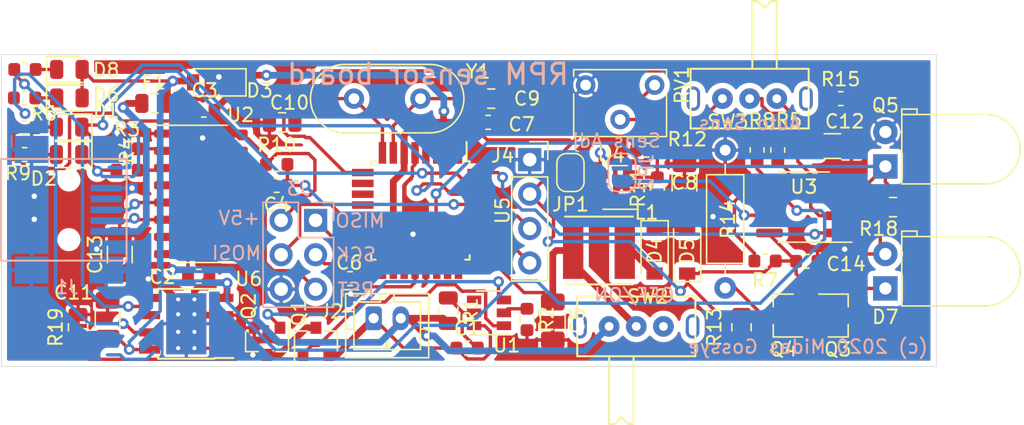
<source format=kicad_pcb>
(kicad_pcb (version 20171130) (host pcbnew "(5.1.4)-1")
  (layers (0 F.Cu signal) (31 B.Cu signal) (34 B.Paste user hide) (35 F.Paste user hide) (36 B.SilkS user) (37 F.SilkS user) (38 B.Mask user hide) (39 F.Mask user hide) (44 Edge.Cuts user))
  (net 0 "")
  (net 1 GND)
  (net 2 "Net-(C8-Pad1)")
  (net 3 /VUSB_prot)
  (net 4 +BATT)
  (net 5 /TxD)
  (net 6 /RxD)
  (net 7 +5V)
  (net 8 "Net-(D4-Pad2)")
  (net 9 "Net-(D7-Pad1)")
  (net 10 VBUS)
  (net 11 "Net-(J1-Pad2)")
  (net 12 "Net-(J1-Pad3)")
  (net 13 "Net-(C1-Pad1)")
  (net 14 /MISO)
  (net 15 /SCK)
  (net 16 /MOSI)
  (net 17 /RESET)
  (net 18 /SCL)
  (net 19 /SDA)
  (net 20 /BOOST_EN)
  (net 21 "Net-(JP2-Pad1)")
  (net 22 "Net-(Q1-Pad1)")
  (net 23 "Net-(Q1-Pad3)")
  (net 24 "Net-(Q2-Pad1)")
  (net 25 "Net-(Q3-Pad1)")
  (net 26 "Net-(Q3-Pad3)")
  (net 27 /IR_lev)
  (net 28 "Net-(RV1-Pad2)")
  (net 29 "Net-(SW3-Pad2)")
  (net 30 /RPM_sig)
  (net 31 "Net-(C9-Pad2)")
  (net 32 "Net-(C10-Pad2)")
  (net 33 "Net-(C1-Pad2)")
  (net 34 "Net-(C2-Pad1)")
  (net 35 "Net-(C4-Pad2)")
  (net 36 "Net-(C6-Pad1)")
  (net 37 "Net-(C12-Pad1)")
  (net 38 "Net-(D1-Pad2)")
  (net 39 "Net-(D2-Pad2)")
  (net 40 "Net-(D6-Pad1)")
  (net 41 "Net-(D8-Pad1)")
  (net 42 "Net-(R2-Pad1)")
  (net 43 "Net-(R3-Pad2)")
  (net 44 "Net-(R4-Pad2)")
  (net 45 "Net-(R7-Pad2)")
  (net 46 "Net-(R11-Pad2)")
  (net 47 /PWM_Ref)
  (net 48 "Net-(R16-Pad1)")
  (net 49 "Net-(R17-Pad1)")
  (net 50 "Net-(R19-Pad1)")
  (net 51 /BAT_SW)
  (module SMD_connectors:C105424 (layer B.Cu) (at 184.85 104.2)
    (fp_text reference J1 (at -0.15 5.7) (layer B.SilkS) (effects (justify mirror)))
    (fp_text value USB_B_Mini)
    (pad "" np_thru_hole circle (at 0 -2.2) (size 0.9 0.9) (drill 0.9) (layers *.Cu *.Mask))
    (pad "" np_thru_hole circle (at 0 2.2) (size 0.9 0.9) (drill 0.9) (layers *.Cu *.Mask))
    (pad 6 smd rect (at -2.75 -4.45) (size 2.5 2) (layers B.Cu B.Paste B.Mask) (net 1 GND))
    (pad 6 smd rect (at -2.75 4.45) (size 2.5 2) (layers B.Cu B.Paste B.Mask) (net 1 GND))
    (pad 6 smd rect (at 2.75 -4.45) (size 2.5 2) (layers B.Cu B.Paste B.Mask) (net 1 GND))
    (pad 6 smd rect (at 2.75 4.45) (size 2.5 2) (layers B.Cu B.Paste B.Mask) (net 1 GND))
    (pad 5 smd rect (at 2.75 -1.6) (size 2.3 0.5) (layers B.Cu B.Paste B.Mask) (net 1 GND))
    (pad 4 smd rect (at 2.75 -0.8) (size 2.3 0.5) (layers B.Cu B.Paste B.Mask))
    (pad 3 smd rect (at 2.75 0) (size 2.3 0.5) (layers B.Cu B.Paste B.Mask) (net 12 "Net-(J1-Pad3)"))
    (pad 2 smd rect (at 2.75 0.8) (size 2.3 0.5) (layers B.Cu B.Paste B.Mask) (net 11 "Net-(J1-Pad2)"))
    (pad 1 smd rect (at 2.75 1.6) (size 2.3 0.5) (layers B.Cu B.Paste B.Mask) (net 10 VBUS))
  )
  (module Capacitor_SMD:C_1206_3216Metric (layer F.Cu) (at 220.5 112.4 270)
    (fp_text reference C5 (at 0 -1.82 90) (layer F.SilkS))
    (fp_text value 22u)
    (pad 1 smd roundrect (at -1.4 0 270) (size 1.25 1.75) (layers F.Cu F.Paste F.Mask) (roundrect_rratio 0.2) (net 51 /BAT_SW))
    (pad 2 smd roundrect (at 1.4 0 270) (size 1.25 1.75) (layers F.Cu F.Paste F.Mask) (roundrect_rratio 0.2) (net 1 GND))
  )
  (module Capacitor_SMD:C_1206_3216Metric (layer F.Cu) (at 230.2 102.2 90)
    (fp_text reference C8 (at 0 0) (layer F.SilkS))
    (fp_text value 22u)
    (pad 2 smd roundrect (at 1.4 0 90) (size 1.25 1.75) (layers F.Cu F.Paste F.Mask) (roundrect_rratio 0.2) (net 1 GND))
    (pad 1 smd roundrect (at -1.4 0 90) (size 1.25 1.75) (layers F.Cu F.Paste F.Mask) (roundrect_rratio 0.2) (net 2 "Net-(C8-Pad1)"))
  )
  (module Capacitor_SMD:C_1206_3216Metric (layer F.Cu) (at 187.7 112.275 90)
    (fp_text reference C11 (at 1.975 -2.5 180) (layer F.SilkS))
    (fp_text value 22u)
    (pad 1 smd roundrect (at -1.4 0 90) (size 1.25 1.75) (layers F.Cu F.Paste F.Mask) (roundrect_rratio 0.2) (net 3 /VUSB_prot))
    (pad 2 smd roundrect (at 1.4 0 90) (size 1.25 1.75) (layers F.Cu F.Paste F.Mask) (roundrect_rratio 0.2) (net 1 GND))
  )
  (module Capacitor_SMD:C_1206_3216Metric (layer F.Cu) (at 188.6 107.5 90)
    (fp_text reference C13 (at 0 -1.82 90) (layer F.SilkS))
    (fp_text value 22u)
    (pad 2 smd roundrect (at 1.4 0 90) (size 1.25 1.75) (layers F.Cu F.Paste F.Mask) (roundrect_rratio 0.2) (net 1 GND))
    (pad 1 smd roundrect (at -1.4 0 90) (size 1.25 1.75) (layers F.Cu F.Paste F.Mask) (roundrect_rratio 0.2) (net 4 +BATT))
  )
  (module LED_SMD:LED_0805_2012Metric (layer F.Cu) (at 184.8625 98.1 180)
    (fp_text reference D1 (at -2.7375 1.2) (layer F.SilkS))
    (fp_text value Rx)
    (pad 1 smd roundrect (at -0.9375 0 180) (size 0.975 1.4) (layers F.Cu F.Paste F.Mask) (net 5 /TxD))
    (pad 2 smd roundrect (at 0.9375 0 180) (size 0.975 1.4) (layers F.Cu F.Paste F.Mask) (net 38 "Net-(D1-Pad2)"))
  )
  (module LED_SMD:LED_0805_2012Metric (layer F.Cu) (at 184.8625 100.125 180)
    (fp_text reference D2 (at 1.8625 -1.775) (layer F.SilkS))
    (fp_text value Tx)
    (pad 2 smd roundrect (at 0.9375 0 180) (size 0.975 1.4) (layers F.Cu F.Paste F.Mask) (net 39 "Net-(D2-Pad2)"))
    (pad 1 smd roundrect (at -0.9375 0 180) (size 0.975 1.4) (layers F.Cu F.Paste F.Mask) (net 6 /RxD))
  )
  (module Diode_SMD:D_SOD-123 (layer F.Cu) (at 195.65 94.8 180)
    (fp_text reference D3 (at -3.25 -0.6) (layer F.SilkS))
    (fp_text value SS24FL)
    (pad 1 smd rect (at -1.65 0 180) (size 0.9 1.2) (layers F.Cu F.Paste F.Mask) (net 7 +5V))
    (pad 2 smd rect (at 1.65 0 180) (size 0.9 1.2) (layers F.Cu F.Paste F.Mask) (net 3 /VUSB_prot))
  )
  (module Diode_SMD:D_SOD-123 (layer F.Cu) (at 228 107.25 270)
    (fp_text reference D4 (at -0.05 0 270) (layer F.SilkS))
    (fp_text value SS24FL)
    (pad 1 smd rect (at -1.65 0 270) (size 0.9 1.2) (layers F.Cu F.Paste F.Mask) (net 2 "Net-(C8-Pad1)"))
    (pad 2 smd rect (at 1.65 0 270) (size 0.9 1.2) (layers F.Cu F.Paste F.Mask) (net 8 "Net-(D4-Pad2)"))
  )
  (module Diode_SMD:D_SOD-123 (layer F.Cu) (at 230.4 107.25 90)
    (fp_text reference D5 (at 0 0 90) (layer F.SilkS))
    (fp_text value SS24FL)
    (pad 2 smd rect (at 1.65 0 90) (size 0.9 1.2) (layers F.Cu F.Paste F.Mask) (net 2 "Net-(C8-Pad1)"))
    (pad 1 smd rect (at -1.65 0 90) (size 0.9 1.2) (layers F.Cu F.Paste F.Mask) (net 7 +5V))
  )
  (module LED_SMD:LED_0805_2012Metric (layer F.Cu) (at 184.8875 95.95)
    (fp_text reference D6 (at 2.7125 -0.25) (layer F.SilkS))
    (fp_text value Green)
    (pad 1 smd roundrect (at -0.9375 0) (size 0.975 1.4) (layers F.Cu F.Paste F.Mask) (net 40 "Net-(D6-Pad1)"))
    (pad 2 smd roundrect (at 0.9375 0) (size 0.975 1.4) (layers F.Cu F.Paste F.Mask) (net 3 /VUSB_prot))
  )
  (module LED_THT:LED_D5.0mm_Horizontal_O1.27mm_Z3.0mm_IRGrey (layer F.Cu) (at 245 110 90)
    (fp_text reference D7 (at -2.1 0 180) (layer F.SilkS))
    (fp_text value DY-IR333-A)
    (pad 1 thru_hole rect (at 0 0 90) (size 1.8 1.8) (drill 0.9) (layers *.Cu *.Mask) (net 9 "Net-(D7-Pad1)"))
    (pad 2 thru_hole circle (at 2.54 0 90) (size 1.8 1.8) (drill 0.9) (layers *.Cu *.Mask) (net 7 +5V))
  )
  (module LED_SMD:LED_0805_2012Metric (layer F.Cu) (at 184.8875 93.85)
    (fp_text reference D8 (at 2.7125 0.05) (layer F.SilkS))
    (fp_text value Red)
    (pad 2 smd roundrect (at 0.9375 0) (size 0.975 1.4) (layers F.Cu F.Paste F.Mask) (net 3 /VUSB_prot))
    (pad 1 smd roundrect (at -0.9375 0) (size 0.975 1.4) (layers F.Cu F.Paste F.Mask) (net 41 "Net-(D8-Pad1)"))
  )
  (module Fuse:Fuse_0805_2012Metric (layer F.Cu) (at 191.1625 96.35 180)
    (fp_text reference F1 (at 0.0625 1.55) (layer F.SilkS))
    (fp_text value "500 mA")
    (pad 1 smd roundrect (at -0.9375 0 180) (size 0.975 1.4) (layers F.Cu F.Paste F.Mask) (net 3 /VUSB_prot))
    (pad 2 smd roundrect (at 0.9375 0 180) (size 0.975 1.4) (layers F.Cu F.Paste F.Mask) (net 10 VBUS))
  )
  (module Connector_JST:JST_PH_B2B-PH-K_1x02_P2.00mm_Vertical (layer F.Cu) (at 207.3 112.2)
    (fp_text reference J2 (at -3.1 -0.5) (layer F.SilkS))
    (fp_text value LiPo)
    (pad 1 thru_hole roundrect (at 0 0) (size 1.2 1.75) (drill 0.75) (layers *.Cu *.Mask) (roundrect_rratio 0.208333) (net 13 "Net-(C1-Pad1)"))
    (pad 2 thru_hole oval (at 2 0) (size 1.2 1.75) (drill 0.75) (layers *.Cu *.Mask) (net 4 +BATT))
  )
  (module Connector_PinHeader_2.54mm:PinHeader_2x03_P2.54mm_Vertical (layer B.Cu) (at 203.025 104.975 180)
    (fp_text reference J3 (at 1.27 2.33) (layer B.SilkS) (effects (justify mirror)))
    (fp_text value AVR-ISP-6)
    (pad 1 thru_hole rect (at 0 0 180) (size 1.7 1.7) (drill 1) (layers *.Cu *.Mask) (net 14 /MISO))
    (pad 2 thru_hole oval (at 2.54 0 180) (size 1.7 1.7) (drill 1) (layers *.Cu *.Mask) (net 7 +5V))
    (pad 3 thru_hole oval (at 0 -2.54 180) (size 1.7 1.7) (drill 1) (layers *.Cu *.Mask) (net 15 /SCK))
    (pad 4 thru_hole oval (at 2.54 -2.54 180) (size 1.7 1.7) (drill 1) (layers *.Cu *.Mask) (net 16 /MOSI))
    (pad 5 thru_hole oval (at 0 -5.08 180) (size 1.7 1.7) (drill 1) (layers *.Cu *.Mask) (net 17 /RESET))
    (pad 6 thru_hole oval (at 2.54 -5.08 180) (size 1.7 1.7) (drill 1) (layers *.Cu *.Mask) (net 1 GND))
  )
  (module Connector_PinSocket_2.54mm:PinSocket_1x04_P2.54mm_Vertical (layer F.Cu) (at 218.8 100.5)
    (fp_text reference J4 (at -2 -0.3) (layer F.SilkS))
    (fp_text value OLED)
    (pad 1 thru_hole rect (at 0 0) (size 1.7 1.7) (drill 1) (layers *.Cu *.Mask) (net 1 GND))
    (pad 2 thru_hole oval (at 0 2.54) (size 1.7 1.7) (drill 1) (layers *.Cu *.Mask) (net 7 +5V))
    (pad 3 thru_hole oval (at 0 5.08) (size 1.7 1.7) (drill 1) (layers *.Cu *.Mask) (net 18 /SCL))
    (pad 4 thru_hole oval (at 0 7.62) (size 1.7 1.7) (drill 1) (layers *.Cu *.Mask) (net 19 /SDA))
  )
  (module Jumper:SolderJumper-2_P1.3mm_Open_RoundedPad1.0x1.5mm (layer F.Cu) (at 221.8 101.45 90)
    (fp_text reference JP1 (at -2.35 0 180) (layer F.SilkS))
    (fp_text value Force_boost)
    (pad 1 smd custom (at -0.65 0 90) (size 1 0.5) (layers F.Cu F.Mask) (net 51 /BAT_SW) (options (clearance outline) (anchor rect)) (primitives (gr_circle (center 0 0.25) (end 0.5 0.25) (width 0)) (gr_circle (center 0 -0.25) (end 0.5 -0.25) (width 0)) (gr_poly (pts (xy 0 -0.75) (xy 0.5 -0.75) (xy 0.5 0.75) (xy 0 0.75)) (width 0))))
    (pad 2 smd custom (at 0.65 0 90) (size 1 0.5) (layers F.Cu F.Mask) (net 20 /BOOST_EN) (options (clearance outline) (anchor rect)) (primitives (gr_circle (center 0 0.25) (end 0.5 0.25) (width 0)) (gr_circle (center 0 -0.25) (end 0.5 -0.25) (width 0)) (gr_poly (pts (xy 0 -0.75) (xy -0.5 -0.75) (xy -0.5 0.75) (xy 0 0.75)) (width 0))))
  )
  (module Jumper:SolderJumper-2_P1.3mm_Open_RoundedPad1.0x1.5mm (layer B.Cu) (at 225.6 101.45 90)
    (fp_text reference JP2 (at 0 1.8 90) (layer B.SilkS) (effects (justify mirror)))
    (fp_text value "Auto Boost Shutoff")
    (pad 2 smd custom (at 0.65 0 90) (size 1 0.5) (layers B.Cu B.Mask) (net 20 /BOOST_EN) (options (clearance outline) (anchor rect)) (primitives (gr_circle (center 0 -0.25) (end 0.5 -0.25) (width 0)) (gr_circle (center 0 0.25) (end 0.5 0.25) (width 0)) (gr_poly (pts (xy 0 0.75) (xy -0.5 0.75) (xy -0.5 -0.75) (xy 0 -0.75)) (width 0))))
    (pad 1 smd custom (at -0.65 0 90) (size 1 0.5) (layers B.Cu B.Mask) (net 21 "Net-(JP2-Pad1)") (options (clearance outline) (anchor rect)) (primitives (gr_circle (center 0 -0.25) (end 0.5 -0.25) (width 0)) (gr_circle (center 0 0.25) (end 0.5 0.25) (width 0)) (gr_poly (pts (xy 0 0.75) (xy 0.5 0.75) (xy 0.5 -0.75) (xy 0 -0.75)) (width 0))))
  )
  (module SMD_inductors:SNR5040K-SERIES (layer F.Cu) (at 223.9 107.2)
    (fp_text reference L1 (at 3.5 -2.8) (layer F.SilkS))
    (fp_text value 22u)
    (pad 1 smd rect (at -1.9 0) (size 1.5 4.2) (layers F.Cu F.Paste F.Mask) (net 51 /BAT_SW))
    (pad 2 smd rect (at 1.9 0) (size 1.5 4.2) (layers F.Cu F.Paste F.Mask) (net 8 "Net-(D4-Pad2)"))
  )
  (module Package_TO_SOT_SMD:SOT-23 (layer F.Cu) (at 203.05 113.9 90)
    (fp_text reference Q1 (at 2.1 -1.25 90) (layer F.SilkS))
    (fp_text value SL2302S)
    (pad 1 smd rect (at -1 -0.95 90) (size 0.9 0.8) (layers F.Cu F.Paste F.Mask) (net 22 "Net-(Q1-Pad1)"))
    (pad 2 smd rect (at -1 0.95 90) (size 0.9 0.8) (layers F.Cu F.Paste F.Mask) (net 13 "Net-(C1-Pad1)"))
    (pad 3 smd rect (at 1 0 90) (size 0.9 0.8) (layers F.Cu F.Paste F.Mask) (net 23 "Net-(Q1-Pad3)"))
  )
  (module Package_TO_SOT_SMD:SOT-23 (layer F.Cu) (at 199.45 113.9 270)
    (fp_text reference Q2 (at -2.6 1.35 90) (layer F.SilkS))
    (fp_text value SL2302S)
    (pad 3 smd rect (at 1 0 270) (size 0.9 0.8) (layers F.Cu F.Paste F.Mask) (net 23 "Net-(Q1-Pad3)"))
    (pad 2 smd rect (at -1 0.95 270) (size 0.9 0.8) (layers F.Cu F.Paste F.Mask) (net 1 GND))
    (pad 1 smd rect (at -1 -0.95 270) (size 0.9 0.8) (layers F.Cu F.Paste F.Mask) (net 24 "Net-(Q2-Pad1)"))
  )
  (module Package_TO_SOT_SMD:SOT-23 (layer F.Cu) (at 241.5 112)
    (fp_text reference Q3 (at 0 2.5) (layer F.SilkS))
    (fp_text value PMBT3904)
    (pad 1 smd rect (at -1 -0.95) (size 0.9 0.8) (layers F.Cu F.Paste F.Mask) (net 25 "Net-(Q3-Pad1)"))
    (pad 2 smd rect (at -1 0.95) (size 0.9 0.8) (layers F.Cu F.Paste F.Mask) (net 1 GND))
    (pad 3 smd rect (at 1 0) (size 0.9 0.8) (layers F.Cu F.Paste F.Mask) (net 26 "Net-(Q3-Pad3)"))
  )
  (module Package_TO_SOT_SMD:SOT-23 (layer F.Cu) (at 237.5 112 180)
    (fp_text reference Q4 (at 0 -2.5) (layer F.SilkS))
    (fp_text value PMBT3904)
    (pad 3 smd rect (at 1 0 180) (size 0.9 0.8) (layers F.Cu F.Paste F.Mask) (net 9 "Net-(D7-Pad1)"))
    (pad 2 smd rect (at -1 0.95 180) (size 0.9 0.8) (layers F.Cu F.Paste F.Mask) (net 25 "Net-(Q3-Pad1)"))
    (pad 1 smd rect (at -1 -0.95 180) (size 0.9 0.8) (layers F.Cu F.Paste F.Mask) (net 26 "Net-(Q3-Pad3)"))
  )
  (module LED_THT:LED_D5.0mm_Horizontal_O1.27mm_Z3.0mm_Clear (layer F.Cu) (at 245 101 90)
    (fp_text reference Q5 (at 4.5 0 180) (layer F.SilkS))
    (fp_text value DY-PT333-6C)
    (pad 1 thru_hole rect (at 0 0 90) (size 1.8 1.8) (drill 0.9) (layers *.Cu *.Mask) (net 27 /IR_lev))
    (pad 2 thru_hole circle (at 2.54 0 90) (size 1.8 1.8) (drill 0.9) (layers *.Cu *.Mask) (net 1 GND))
  )
  (module Potentiometer_THT:Potentiometer_Vishay_T73XX_Horizontal (layer F.Cu) (at 228 95 270)
    (fp_text reference RV1 (at 0 -2.01 90) (layer F.SilkS))
    (fp_text value 10k)
    (pad 3 thru_hole circle (at 0 5.08 270) (size 1.44 1.44) (drill 0.8) (layers *.Cu *.Mask) (net 1 GND))
    (pad 2 thru_hole circle (at 2.54 2.54 270) (size 1.44 1.44) (drill 0.8) (layers *.Cu *.Mask) (net 28 "Net-(RV1-Pad2)"))
    (pad 1 thru_hole circle (at 0 0 270) (size 1.44 1.44) (drill 0.8) (layers *.Cu *.Mask) (net 7 +5V))
  )
  (module SMD_switches:SK12D07VG5 (layer F.Cu) (at 226.65 112.8)
    (fp_text reference SW2 (at 0.85 -2.2) (layer F.SilkS))
    (fp_text value SPDT)
    (pad 1 thru_hole circle (at -2 0) (size 1.524 1.524) (drill 0.65) (layers *.Cu *.Mask) (net 4 +BATT))
    (pad 2 thru_hole circle (at 0 0) (size 1.524 1.524) (drill 0.65) (layers *.Cu *.Mask) (net 51 /BAT_SW))
    (pad 3 thru_hole circle (at 2 0) (size 1.524 1.524) (drill 0.65) (layers *.Cu *.Mask))
    (pad "" np_thru_hole oval (at -4.15 0) (size 1 1.8) (drill oval 0.55 1.35) (layers *.Cu *.Mask))
    (pad "" np_thru_hole oval (at 4.15 0) (size 1 1.8) (drill oval 0.55 1.35) (layers *.Cu *.Mask))
  )
  (module SMD_switches:SK12D07VG5 (layer F.Cu) (at 235 96 180)
    (fp_text reference SW3 (at 1.6 -1.7) (layer F.SilkS))
    (fp_text value SPDT)
    (pad "" np_thru_hole oval (at 4.15 0 180) (size 1 1.8) (drill oval 0.55 1.35) (layers *.Cu *.Mask))
    (pad "" np_thru_hole oval (at -4.15 0 180) (size 1 1.8) (drill oval 0.55 1.35) (layers *.Cu *.Mask))
    (pad 3 thru_hole circle (at 2 0 180) (size 1.524 1.524) (drill 0.65) (layers *.Cu *.Mask) (net 28 "Net-(RV1-Pad2)"))
    (pad 2 thru_hole circle (at 0 0 180) (size 1.524 1.524) (drill 0.65) (layers *.Cu *.Mask) (net 29 "Net-(SW3-Pad2)"))
    (pad 1 thru_hole circle (at -2 0 180) (size 1.524 1.524) (drill 0.65) (layers *.Cu *.Mask) (net 37 "Net-(C12-Pad1)"))
  )
  (module Package_TO_SOT_SMD:SOT-23-6 (layer F.Cu) (at 215.8 111.8 180)
    (fp_text reference U1 (at -1.3 -2.4) (layer F.SilkS))
    (fp_text value FS312F-G)
    (pad 1 smd rect (at -1.1 -0.95 180) (size 1.06 0.65) (layers F.Cu F.Paste F.Mask) (net 22 "Net-(Q1-Pad1)"))
    (pad 2 smd rect (at -1.1 0 180) (size 1.06 0.65) (layers F.Cu F.Paste F.Mask) (net 42 "Net-(R2-Pad1)"))
    (pad 3 smd rect (at -1.1 0.95 180) (size 1.06 0.65) (layers F.Cu F.Paste F.Mask) (net 24 "Net-(Q2-Pad1)"))
    (pad 4 smd rect (at 1.1 0.95 180) (size 1.06 0.65) (layers F.Cu F.Paste F.Mask))
    (pad 6 smd rect (at 1.1 -0.95 180) (size 1.06 0.65) (layers F.Cu F.Paste F.Mask) (net 13 "Net-(C1-Pad1)"))
    (pad 5 smd rect (at 1.1 0 180) (size 1.06 0.65) (layers F.Cu F.Paste F.Mask) (net 33 "Net-(C1-Pad2)"))
  )
  (module Package_SO:SOIC-16_3.9x9.9mm_P1.27mm (layer F.Cu) (at 194.575 103.025)
    (fp_text reference U2 (at 2.925 -5.825) (layer F.SilkS))
    (fp_text value CH340C)
    (pad 1 smd roundrect (at -2.475 -4.445) (size 1.95 0.6) (layers F.Cu F.Paste F.Mask) (net 1 GND))
    (pad 2 smd roundrect (at -2.475 -3.175) (size 1.95 0.6) (layers F.Cu F.Paste F.Mask) (net 43 "Net-(R3-Pad2)"))
    (pad 3 smd roundrect (at -2.475 -1.905) (size 1.95 0.6) (layers F.Cu F.Paste F.Mask) (net 44 "Net-(R4-Pad2)"))
    (pad 4 smd roundrect (at -2.475 -0.635) (size 1.95 0.6) (layers F.Cu F.Paste F.Mask) (net 34 "Net-(C2-Pad1)"))
    (pad 5 smd roundrect (at -2.475 0.635) (size 1.95 0.6) (layers F.Cu F.Paste F.Mask) (net 12 "Net-(J1-Pad3)"))
    (pad 6 smd roundrect (at -2.475 1.905) (size 1.95 0.6) (layers F.Cu F.Paste F.Mask) (net 11 "Net-(J1-Pad2)"))
    (pad 7 smd roundrect (at -2.475 3.175) (size 1.95 0.6) (layers F.Cu F.Paste F.Mask))
    (pad 8 smd roundrect (at -2.475 4.445) (size 1.95 0.6) (layers F.Cu F.Paste F.Mask))
    (pad 9 smd roundrect (at 2.475 4.445) (size 1.95 0.6) (layers F.Cu F.Paste F.Mask))
    (pad 10 smd roundrect (at 2.475 3.175) (size 1.95 0.6) (layers F.Cu F.Paste F.Mask))
    (pad 11 smd roundrect (at 2.475 1.905) (size 1.95 0.6) (layers F.Cu F.Paste F.Mask))
    (pad 12 smd roundrect (at 2.475 0.635) (size 1.95 0.6) (layers F.Cu F.Paste F.Mask))
    (pad 13 smd roundrect (at 2.475 -0.635) (size 1.95 0.6) (layers F.Cu F.Paste F.Mask) (net 35 "Net-(C4-Pad2)"))
    (pad 14 smd roundrect (at 2.475 -1.905) (size 1.95 0.6) (layers F.Cu F.Paste F.Mask))
    (pad 15 smd roundrect (at 2.475 -3.175) (size 1.95 0.6) (layers F.Cu F.Paste F.Mask))
    (pad 16 smd roundrect (at 2.475 -4.445) (size 1.95 0.6) (layers F.Cu F.Paste F.Mask) (net 7 +5V))
  )
  (module Package_SO:SOP-8_3.76x4.96mm_P1.27mm (layer F.Cu) (at 239 104 180)
    (fp_text reference U3 (at 0 1.5) (layer F.SilkS))
    (fp_text value LM393)
    (pad 1 smd roundrect (at -2.5375 -1.905 180) (size 1.975 0.65) (layers F.Cu F.Paste F.Mask) (net 30 /RPM_sig))
    (pad 2 smd roundrect (at -2.5375 -0.635 180) (size 1.975 0.65) (layers F.Cu F.Paste F.Mask) (net 29 "Net-(SW3-Pad2)"))
    (pad 3 smd roundrect (at -2.5375 0.635 180) (size 1.975 0.65) (layers F.Cu F.Paste F.Mask) (net 27 /IR_lev))
    (pad 4 smd roundrect (at -2.5375 1.905 180) (size 1.975 0.65) (layers F.Cu F.Paste F.Mask) (net 1 GND))
    (pad 5 smd roundrect (at 2.5375 1.905 180) (size 1.975 0.65) (layers F.Cu F.Paste F.Mask) (net 45 "Net-(R7-Pad2)"))
    (pad 6 smd roundrect (at 2.5375 0.635 180) (size 1.975 0.65) (layers F.Cu F.Paste F.Mask) (net 3 /VUSB_prot))
    (pad 7 smd roundrect (at 2.5375 -0.635 180) (size 1.975 0.65) (layers F.Cu F.Paste F.Mask) (net 21 "Net-(JP2-Pad1)"))
    (pad 8 smd roundrect (at 2.5375 -1.905 180) (size 1.975 0.65) (layers F.Cu F.Paste F.Mask) (net 7 +5V))
  )
  (module Package_TO_SOT_SMD:SOT-23-6 (layer F.Cu) (at 225.1 102.55 180)
    (fp_text reference U4 (at 0.3 2.35) (layer F.SilkS))
    (fp_text value MT3608)
    (pad 5 smd rect (at 1.1 0 180) (size 1.06 0.65) (layers F.Cu F.Paste F.Mask) (net 51 /BAT_SW))
    (pad 6 smd rect (at 1.1 -0.95 180) (size 1.06 0.65) (layers F.Cu F.Paste F.Mask))
    (pad 4 smd rect (at 1.1 0.95 180) (size 1.06 0.65) (layers F.Cu F.Paste F.Mask) (net 20 /BOOST_EN))
    (pad 3 smd rect (at -1.1 0.95 180) (size 1.06 0.65) (layers F.Cu F.Paste F.Mask) (net 46 "Net-(R11-Pad2)"))
    (pad 2 smd rect (at -1.1 0 180) (size 1.06 0.65) (layers F.Cu F.Paste F.Mask) (net 1 GND))
    (pad 1 smd rect (at -1.1 -0.95 180) (size 1.06 0.65) (layers F.Cu F.Paste F.Mask) (net 8 "Net-(D4-Pad2)"))
  )
  (module Package_QFP:TQFP-32_7x7mm_P0.8mm (layer F.Cu) (at 210.75 104.25 270)
    (fp_text reference U5 (at 0 -6.05 90) (layer F.SilkS))
    (fp_text value ATmega328P-AU)
    (pad 1 smd rect (at -4.25 -2.8 270) (size 1.6 0.55) (layers F.Cu F.Paste F.Mask))
    (pad 2 smd rect (at -4.25 -2 270) (size 1.6 0.55) (layers F.Cu F.Paste F.Mask))
    (pad 3 smd rect (at -4.25 -1.2 270) (size 1.6 0.55) (layers F.Cu F.Paste F.Mask) (net 1 GND))
    (pad 4 smd rect (at -4.25 -0.4 270) (size 1.6 0.55) (layers F.Cu F.Paste F.Mask) (net 7 +5V))
    (pad 5 smd rect (at -4.25 0.4 270) (size 1.6 0.55) (layers F.Cu F.Paste F.Mask) (net 1 GND))
    (pad 6 smd rect (at -4.25 1.2 270) (size 1.6 0.55) (layers F.Cu F.Paste F.Mask) (net 7 +5V))
    (pad 7 smd rect (at -4.25 2 270) (size 1.6 0.55) (layers F.Cu F.Paste F.Mask) (net 31 "Net-(C9-Pad2)"))
    (pad 8 smd rect (at -4.25 2.8 270) (size 1.6 0.55) (layers F.Cu F.Paste F.Mask) (net 32 "Net-(C10-Pad2)"))
    (pad 9 smd rect (at -2.8 4.25) (size 1.6 0.55) (layers F.Cu F.Paste F.Mask) (net 47 /PWM_Ref))
    (pad 10 smd rect (at -2 4.25) (size 1.6 0.55) (layers F.Cu F.Paste F.Mask))
    (pad 11 smd rect (at -1.2 4.25) (size 1.6 0.55) (layers F.Cu F.Paste F.Mask))
    (pad 12 smd rect (at -0.4 4.25) (size 1.6 0.55) (layers F.Cu F.Paste F.Mask))
    (pad 13 smd rect (at 0.4 4.25) (size 1.6 0.55) (layers F.Cu F.Paste F.Mask))
    (pad 14 smd rect (at 1.2 4.25) (size 1.6 0.55) (layers F.Cu F.Paste F.Mask))
    (pad 15 smd rect (at 2 4.25) (size 1.6 0.55) (layers F.Cu F.Paste F.Mask) (net 16 /MOSI))
    (pad 16 smd rect (at 2.8 4.25) (size 1.6 0.55) (layers F.Cu F.Paste F.Mask) (net 14 /MISO))
    (pad 17 smd rect (at 4.25 2.8 270) (size 1.6 0.55) (layers F.Cu F.Paste F.Mask) (net 15 /SCK))
    (pad 18 smd rect (at 4.25 2 270) (size 1.6 0.55) (layers F.Cu F.Paste F.Mask) (net 7 +5V))
    (pad 19 smd rect (at 4.25 1.2 270) (size 1.6 0.55) (layers F.Cu F.Paste F.Mask))
    (pad 20 smd rect (at 4.25 0.4 270) (size 1.6 0.55) (layers F.Cu F.Paste F.Mask) (net 36 "Net-(C6-Pad1)"))
    (pad 21 smd rect (at 4.25 -0.4 270) (size 1.6 0.55) (layers F.Cu F.Paste F.Mask) (net 1 GND))
    (pad 22 smd rect (at 4.25 -1.2 270) (size 1.6 0.55) (layers F.Cu F.Paste F.Mask))
    (pad 23 smd rect (at 4.25 -2 270) (size 1.6 0.55) (layers F.Cu F.Paste F.Mask) (net 27 /IR_lev))
    (pad 24 smd rect (at 4.25 -2.8 270) (size 1.6 0.55) (layers F.Cu F.Paste F.Mask) (net 51 /BAT_SW))
    (pad 25 smd rect (at 2.8 -4.25) (size 1.6 0.55) (layers F.Cu F.Paste F.Mask))
    (pad 26 smd rect (at 2 -4.25) (size 1.6 0.55) (layers F.Cu F.Paste F.Mask))
    (pad 27 smd rect (at 1.2 -4.25) (size 1.6 0.55) (layers F.Cu F.Paste F.Mask) (net 19 /SDA))
    (pad 28 smd rect (at 0.4 -4.25) (size 1.6 0.55) (layers F.Cu F.Paste F.Mask) (net 18 /SCL))
    (pad 29 smd rect (at -0.4 -4.25) (size 1.6 0.55) (layers F.Cu F.Paste F.Mask) (net 17 /RESET))
    (pad 30 smd rect (at -1.2 -4.25) (size 1.6 0.55) (layers F.Cu F.Paste F.Mask) (net 5 /TxD))
    (pad 31 smd rect (at -2 -4.25) (size 1.6 0.55) (layers F.Cu F.Paste F.Mask) (net 6 /RxD))
    (pad 32 smd rect (at -2.8 -4.25) (size 1.6 0.55) (layers F.Cu F.Paste F.Mask) (net 30 /RPM_sig))
  )
  (module Package_SO:TI_SO-PowerPAD-8_ThermalVias (layer F.Cu) (at 193.5 112.605 180)
    (fp_text reference U6 (at -4.6 3.305) (layer F.SilkS))
    (fp_text value TP4056)
    (pad 9 smd rect (at 0 0 180) (size 2.6 3.1) (layers F.Cu F.Paste F.Mask) (net 1 GND))
    (pad 9 smd rect (at 0 0 180) (size 2.95 4.5) (layers F.Cu) (net 1 GND))
    (pad 1 smd rect (at -2.7 -1.905 180) (size 1.55 0.6) (layers F.Cu F.Paste F.Mask) (net 1 GND))
    (pad 2 smd rect (at -2.7 -0.635 180) (size 1.55 0.6) (layers F.Cu F.Paste F.Mask) (net 50 "Net-(R19-Pad1)"))
    (pad 3 smd rect (at -2.7 0.635 180) (size 1.55 0.6) (layers F.Cu F.Paste F.Mask) (net 1 GND))
    (pad 4 smd rect (at -2.7 1.905 180) (size 1.55 0.6) (layers F.Cu F.Paste F.Mask) (net 3 /VUSB_prot))
    (pad 5 smd rect (at 2.7 1.905 180) (size 1.55 0.6) (layers F.Cu F.Paste F.Mask) (net 4 +BATT))
    (pad 6 smd rect (at 2.7 0.635 180) (size 1.55 0.6) (layers F.Cu F.Paste F.Mask) (net 49 "Net-(R17-Pad1)"))
    (pad 7 smd rect (at 2.7 -0.635 180) (size 1.55 0.6) (layers F.Cu F.Paste F.Mask) (net 48 "Net-(R16-Pad1)"))
    (pad 8 smd rect (at 2.7 -1.905 180) (size 1.55 0.6) (layers F.Cu F.Paste F.Mask) (net 3 /VUSB_prot))
    (pad 9 smd rect (at 0 0 180) (size 2.95 4.5) (layers B.Cu) (net 1 GND))
    (pad 9 thru_hole circle (at -0.6 -1.8 180) (size 0.6 0.6) (drill 0.3) (layers *.Cu) (net 1 GND))
    (pad 9 thru_hole circle (at -0.6 -0.6 180) (size 0.6 0.6) (drill 0.3) (layers *.Cu) (net 1 GND))
    (pad 9 thru_hole circle (at 0.6 -0.6 180) (size 0.6 0.6) (drill 0.3) (layers *.Cu) (net 1 GND))
    (pad 9 thru_hole circle (at 0.6 -1.8 180) (size 0.6 0.6) (drill 0.3) (layers *.Cu) (net 1 GND))
    (pad 9 thru_hole circle (at -0.6 1.8 180) (size 0.6 0.6) (drill 0.3) (layers *.Cu) (net 1 GND))
    (pad 9 thru_hole circle (at -0.6 0.7 180) (size 0.6 0.6) (drill 0.3) (layers *.Cu) (net 1 GND))
    (pad 9 thru_hole circle (at 0.6 0.7 180) (size 0.6 0.6) (drill 0.3) (layers *.Cu) (net 1 GND))
    (pad 9 thru_hole circle (at 0.6 1.8 180) (size 0.6 0.6) (drill 0.3) (layers *.Cu) (net 1 GND))
  )
  (module Crystal:Crystal_HC18-U_Vertical (layer F.Cu) (at 210.75 96 180)
    (fp_text reference Y1 (at -4.25 2) (layer F.SilkS))
    (fp_text value "16 MHz")
    (pad 1 thru_hole circle (at 0 0 180) (size 1.5 1.5) (drill 0.8) (layers *.Cu *.Mask) (net 31 "Net-(C9-Pad2)"))
    (pad 2 thru_hole circle (at 4.9 0 180) (size 1.5 1.5) (drill 0.8) (layers *.Cu *.Mask) (net 32 "Net-(C10-Pad2)"))
  )
  (module Capacitor_SMD:C_0603_1608Metric (layer F.Cu) (at 214.1875 114.4)
    (fp_text reference C1 (at 0 -1.43) (layer F.SilkS))
    (fp_text value 100n)
    (pad 2 smd roundrect (at 0.7875 0) (size 0.875 0.95) (layers F.Cu F.Paste F.Mask) (net 33 "Net-(C1-Pad2)"))
    (pad 1 smd roundrect (at -0.7875 0) (size 0.875 0.95) (layers F.Cu F.Paste F.Mask) (net 13 "Net-(C1-Pad1)"))
  )
  (module Capacitor_SMD:C_0603_1608Metric (layer F.Cu) (at 194.4125 109.1)
    (fp_text reference C2 (at -2.6625 0.05) (layer F.SilkS))
    (fp_text value 100n)
    (pad 1 smd roundrect (at -0.7875 0) (size 0.875 0.95) (layers F.Cu F.Paste F.Mask) (net 34 "Net-(C2-Pad1)"))
    (pad 2 smd roundrect (at 0.7875 0) (size 0.875 0.95) (layers F.Cu F.Paste F.Mask) (net 1 GND))
  )
  (module Capacitor_SMD:C_0603_1608Metric (layer F.Cu) (at 194.7875 96.85 180)
    (fp_text reference C3 (at -0.0625 1.45) (layer F.SilkS))
    (fp_text value 100n)
    (pad 2 smd roundrect (at 0.7875 0 180) (size 0.875 0.95) (layers F.Cu F.Paste F.Mask) (net 1 GND))
    (pad 1 smd roundrect (at -0.7875 0 180) (size 0.875 0.95) (layers F.Cu F.Paste F.Mask) (net 7 +5V))
  )
  (module Capacitor_SMD:C_0603_1608Metric (layer F.Cu) (at 200.1625 102.4 180)
    (fp_text reference C4 (at 0 -1.43) (layer F.SilkS))
    (fp_text value 100n)
    (pad 1 smd roundrect (at -0.7875 0 180) (size 0.875 0.95) (layers F.Cu F.Paste F.Mask) (net 17 /RESET))
    (pad 2 smd roundrect (at 0.7875 0 180) (size 0.875 0.95) (layers F.Cu F.Paste F.Mask) (net 35 "Net-(C4-Pad2)"))
  )
  (module Capacitor_SMD:C_0603_1608Metric (layer F.Cu) (at 205.5625 109.275 180)
    (fp_text reference C6 (at 0.0625 1.175) (layer F.SilkS))
    (fp_text value 100n)
    (pad 2 smd roundrect (at 0.7875 0 180) (size 0.875 0.95) (layers F.Cu F.Paste F.Mask) (net 1 GND))
    (pad 1 smd roundrect (at -0.7875 0 180) (size 0.875 0.95) (layers F.Cu F.Paste F.Mask) (net 36 "Net-(C6-Pad1)"))
  )
  (module Capacitor_SMD:C_0603_1608Metric (layer F.Cu) (at 215.7375 97.75)
    (fp_text reference C7 (at 2.4625 0.15) (layer F.SilkS))
    (fp_text value 100n)
    (pad 1 smd roundrect (at -0.7875 0) (size 0.875 0.95) (layers F.Cu F.Paste F.Mask) (net 7 +5V))
    (pad 2 smd roundrect (at 0.7875 0) (size 0.875 0.95) (layers F.Cu F.Paste F.Mask) (net 1 GND))
  )
  (module Capacitor_SMD:C_0805_2012Metric (layer F.Cu) (at 215.9625 96 180)
    (fp_text reference C9 (at -2.6375 0) (layer F.SilkS))
    (fp_text value 22p)
    (pad 2 smd roundrect (at 0.9375 0 180) (size 0.975 1.4) (layers F.Cu F.Paste F.Mask) (net 31 "Net-(C9-Pad2)"))
    (pad 1 smd roundrect (at -0.9375 0 180) (size 0.975 1.4) (layers F.Cu F.Paste F.Mask) (net 1 GND))
  )
  (module Capacitor_SMD:C_0805_2012Metric (layer F.Cu) (at 200.5625 97.75)
    (fp_text reference C10 (at 0.5375 -1.45) (layer F.SilkS))
    (fp_text value 22p)
    (pad 1 smd roundrect (at -0.9375 0) (size 0.975 1.4) (layers F.Cu F.Paste F.Mask) (net 1 GND))
    (pad 2 smd roundrect (at 0.9375 0) (size 0.975 1.4) (layers F.Cu F.Paste F.Mask) (net 32 "Net-(C10-Pad2)"))
  )
  (module Capacitor_SMD:C_1206_3216Metric (layer F.Cu) (at 241.1 99.5)
    (fp_text reference C12 (at 0.9 -1.82) (layer F.SilkS))
    (fp_text value 22u)
    (pad 1 smd roundrect (at -1.4 0) (size 1.25 1.75) (layers F.Cu F.Paste F.Mask) (roundrect_rratio 0.2) (net 37 "Net-(C12-Pad1)"))
    (pad 2 smd roundrect (at 1.4 0) (size 1.25 1.75) (layers F.Cu F.Paste F.Mask) (roundrect_rratio 0.2) (net 1 GND))
  )
  (module Capacitor_SMD:C_0603_1608Metric (layer F.Cu) (at 239.2125 108)
    (fp_text reference C14 (at 2.8875 0.2) (layer F.SilkS))
    (fp_text value 100n)
    (pad 1 smd roundrect (at -0.7875 0) (size 0.875 0.95) (layers F.Cu F.Paste F.Mask) (net 7 +5V))
    (pad 2 smd roundrect (at 0.7875 0) (size 0.875 0.95) (layers F.Cu F.Paste F.Mask) (net 1 GND))
  )
  (module Resistor_SMD:R_0805_2012Metric (layer F.Cu) (at 212.8 111.6375 270)
    (fp_text reference R1 (at 0 -1.65 90) (layer F.SilkS))
    (fp_text value 100)
    (pad 1 smd roundrect (at -0.9375 0 270) (size 0.975 1.4) (layers F.Cu F.Paste F.Mask) (net 33 "Net-(C1-Pad2)"))
    (pad 2 smd roundrect (at 0.9375 0 270) (size 0.975 1.4) (layers F.Cu F.Paste F.Mask) (net 4 +BATT))
  )
  (module Resistor_SMD:R_0603_1608Metric (layer F.Cu) (at 218.6 112.2875 270)
    (fp_text reference R2 (at 0 -1.43 90) (layer F.SilkS))
    (fp_text value 1k)
    (pad 2 smd roundrect (at 0.7875 0 270) (size 0.875 0.95) (layers F.Cu F.Paste F.Mask) (net 1 GND))
    (pad 1 smd roundrect (at -0.7875 0 270) (size 0.875 0.95) (layers F.Cu F.Paste F.Mask) (net 42 "Net-(R2-Pad1)"))
  )
  (module Resistor_SMD:R_0603_1608Metric (layer F.Cu) (at 189.1375 99.7)
    (fp_text reference R3 (at 0 -1.43 180) (layer F.SilkS))
    (fp_text value 1k)
    (pad 1 smd roundrect (at -0.7875 0) (size 0.875 0.95) (layers F.Cu F.Paste F.Mask) (net 5 /TxD))
    (pad 2 smd roundrect (at 0.7875 0) (size 0.875 0.95) (layers F.Cu F.Paste F.Mask) (net 43 "Net-(R3-Pad2)"))
  )
  (module Resistor_SMD:R_0603_1608Metric (layer F.Cu) (at 189.1375 101.275)
    (fp_text reference R4 (at 0 -1.43 270) (layer F.SilkS))
    (fp_text value 1k)
    (pad 2 smd roundrect (at 0.7875 0) (size 0.875 0.95) (layers F.Cu F.Paste F.Mask) (net 44 "Net-(R4-Pad2)"))
    (pad 1 smd roundrect (at -0.7875 0) (size 0.875 0.95) (layers F.Cu F.Paste F.Mask) (net 6 /RxD))
  )
  (module Resistor_SMD:R_0603_1608Metric (layer F.Cu) (at 237.075 99.7875 90)
    (fp_text reference R5 (at 2.1875 0.825 180) (layer F.SilkS))
    (fp_text value 10k)
    (pad 1 smd roundrect (at -0.7875 0 90) (size 0.875 0.95) (layers F.Cu F.Paste F.Mask) (net 3 /VUSB_prot))
    (pad 2 smd roundrect (at 0.7875 0 90) (size 0.875 0.95) (layers F.Cu F.Paste F.Mask) (net 1 GND))
  )
  (module Resistor_SMD:R_0603_1608Metric (layer F.Cu) (at 181.5875 98.15)
    (fp_text reference R6 (at 1.4125 -1.05) (layer F.SilkS))
    (fp_text value 1k)
    (pad 1 smd roundrect (at -0.7875 0) (size 0.875 0.95) (layers F.Cu F.Paste F.Mask) (net 7 +5V))
    (pad 2 smd roundrect (at 0.7875 0) (size 0.875 0.95) (layers F.Cu F.Paste F.Mask) (net 38 "Net-(D1-Pad2)"))
  )
  (module Resistor_SMD:R_0603_1608Metric (layer F.Cu) (at 236.1375 107.975 180)
    (fp_text reference R7 (at 0 -1.43) (layer F.SilkS))
    (fp_text value 10k)
    (pad 1 smd roundrect (at -0.7875 0 180) (size 0.875 0.95) (layers F.Cu F.Paste F.Mask) (net 7 +5V))
    (pad 2 smd roundrect (at 0.7875 0 180) (size 0.875 0.95) (layers F.Cu F.Paste F.Mask) (net 45 "Net-(R7-Pad2)"))
  )
  (module Resistor_SMD:R_0603_1608Metric (layer F.Cu) (at 235.55 99.7875 90)
    (fp_text reference R8 (at 2.1875 0.35 180) (layer F.SilkS))
    (fp_text value 10k)
    (pad 1 smd roundrect (at -0.7875 0 90) (size 0.875 0.95) (layers F.Cu F.Paste F.Mask) (net 45 "Net-(R7-Pad2)"))
    (pad 2 smd roundrect (at 0.7875 0 90) (size 0.875 0.95) (layers F.Cu F.Paste F.Mask) (net 1 GND))
  )
  (module Resistor_SMD:R_0603_1608Metric (layer F.Cu) (at 181.5875 100.125)
    (fp_text reference R9 (at -0.4875 1.375) (layer F.SilkS))
    (fp_text value 1k)
    (pad 2 smd roundrect (at 0.7875 0) (size 0.875 0.95) (layers F.Cu F.Paste F.Mask) (net 39 "Net-(D2-Pad2)"))
    (pad 1 smd roundrect (at -0.7875 0) (size 0.875 0.95) (layers F.Cu F.Paste F.Mask) (net 7 +5V))
  )
  (module Resistor_SMD:R_0603_1608Metric (layer F.Cu) (at 200.1625 100.85)
    (fp_text reference R10 (at 0 -1.43) (layer F.SilkS))
    (fp_text value 10k)
    (pad 1 smd roundrect (at -0.7875 0) (size 0.875 0.95) (layers F.Cu F.Paste F.Mask) (net 7 +5V))
    (pad 2 smd roundrect (at 0.7875 0) (size 0.875 0.95) (layers F.Cu F.Paste F.Mask) (net 17 /RESET))
  )
  (module Resistor_SMD:R_0603_1608Metric (layer F.Cu) (at 228.2 102.5875 90)
    (fp_text reference R11 (at 0 -1.43 90) (layer F.SilkS))
    (fp_text value 36k)
    (pad 2 smd roundrect (at 0.7875 0 90) (size 0.875 0.95) (layers F.Cu F.Paste F.Mask) (net 46 "Net-(R11-Pad2)"))
    (pad 1 smd roundrect (at -0.7875 0 90) (size 0.875 0.95) (layers F.Cu F.Paste F.Mask) (net 2 "Net-(C8-Pad1)"))
  )
  (module Resistor_SMD:R_0603_1608Metric (layer F.Cu) (at 227.430001 99.8 180)
    (fp_text reference R12 (at -2.969999 0.8) (layer F.SilkS))
    (fp_text value 4.7k)
    (pad 1 smd roundrect (at -0.7875 0 180) (size 0.875 0.95) (layers F.Cu F.Paste F.Mask) (net 46 "Net-(R11-Pad2)"))
    (pad 2 smd roundrect (at 0.7875 0 180) (size 0.875 0.95) (layers F.Cu F.Paste F.Mask) (net 1 GND))
  )
  (module Resistor_SMD:R_0805_2012Metric (layer F.Cu) (at 234.4 112.8625 270)
    (fp_text reference R13 (at 0 2 90) (layer F.SilkS))
    (fp_text value 2k2)
    (pad 2 smd roundrect (at 0.9375 0 270) (size 0.975 1.4) (layers F.Cu F.Paste F.Mask) (net 26 "Net-(Q3-Pad3)"))
    (pad 1 smd roundrect (at -0.9375 0 270) (size 0.975 1.4) (layers F.Cu F.Paste F.Mask) (net 7 +5V))
  )
  (module Resistor_THT:R_Axial_DIN0207_L6.3mm_D2.5mm_P10.16mm_Horizontal (layer F.Cu) (at 233.2 109.96 90)
    (fp_text reference R14 (at 5.06 0.2 90) (layer F.SilkS))
    (fp_text value 39R)
    (pad 1 thru_hole circle (at 0 0 90) (size 1.6 1.6) (drill 0.8) (layers *.Cu *.Mask) (net 25 "Net-(Q3-Pad1)"))
    (pad 2 thru_hole oval (at 10.16 0 90) (size 1.6 1.6) (drill 0.8) (layers *.Cu *.Mask) (net 1 GND))
  )
  (module Resistor_SMD:R_0603_1608Metric (layer F.Cu) (at 241.7125 96)
    (fp_text reference R15 (at -0.0125 -1.43) (layer F.SilkS))
    (fp_text value 1k)
    (pad 2 smd roundrect (at 0.7875 0) (size 0.875 0.95) (layers F.Cu F.Paste F.Mask) (net 47 /PWM_Ref))
    (pad 1 smd roundrect (at -0.7875 0) (size 0.875 0.95) (layers F.Cu F.Paste F.Mask) (net 37 "Net-(C12-Pad1)"))
  )
  (module Resistor_SMD:R_0603_1608Metric (layer F.Cu) (at 181.6125 93.85)
    (fp_text reference R16 hide)
    (fp_text value 1k)
    (pad 2 smd roundrect (at 0.7875 0) (size 0.875 0.95) (layers F.Cu F.Paste F.Mask) (net 41 "Net-(D8-Pad1)"))
    (pad 1 smd roundrect (at -0.7875 0) (size 0.875 0.95) (layers F.Cu F.Paste F.Mask) (net 48 "Net-(R16-Pad1)"))
  )
  (module Resistor_SMD:R_0603_1608Metric (layer F.Cu) (at 181.5875 95.95)
    (fp_text reference R17 hide)
    (fp_text value 1k)
    (pad 2 smd roundrect (at 0.7875 0) (size 0.875 0.95) (layers F.Cu F.Paste F.Mask) (net 40 "Net-(D6-Pad1)"))
    (pad 1 smd roundrect (at -0.7875 0) (size 0.875 0.95) (layers F.Cu F.Paste F.Mask) (net 49 "Net-(R17-Pad1)"))
  )
  (module Resistor_SMD:R_0805_2012Metric (layer F.Cu) (at 245.5625 104)
    (fp_text reference R18 (at -1.0625 1.6) (layer F.SilkS))
    (fp_text value R)
    (pad 1 smd roundrect (at -0.9375 0) (size 0.975 1.4) (layers F.Cu F.Paste F.Mask) (net 7 +5V))
    (pad 2 smd roundrect (at 0.9375 0) (size 0.975 1.4) (layers F.Cu F.Paste F.Mask) (net 27 /IR_lev))
  )
  (module Resistor_SMD:R_0805_2012Metric (layer F.Cu) (at 185.525 112.8625 90)
    (fp_text reference R19 (at 0 -1.65 90) (layer F.SilkS))
    (fp_text value R)
    (pad 2 smd roundrect (at 0.9375 0 90) (size 0.975 1.4) (layers F.Cu F.Paste F.Mask) (net 1 GND))
    (pad 1 smd roundrect (at -0.9375 0 90) (size 0.975 1.4) (layers F.Cu F.Paste F.Mask) (net 50 "Net-(R19-Pad1)"))
  )
  (gr_text "(c) 2020 Midas Gossye" (at 239.3 114.3) (layer B.SilkS) (effects (font (size 1 1)) (justify mirror)))
  (gr_text "Sens Adj" (at 225.2 99.1) (layer B.SilkS) (effects (font (size 1 1)) (justify mirror)))
  (gr_text "Auto Sens" (at 235 97.8) (layer B.SilkS) (effects (font (size 1 1)) (justify mirror)))
  (gr_text OFF/ON (at 226.5 110.5) (layer B.SilkS) (effects (font (size 1 1)) (justify mirror)))
  (gr_text "RPM sensor board" (at 211.3 94.2) (layer B.SilkS) (effects (font (size 1.5 1.5) (thickness 0.225)) (justify mirror)))
  (gr_text RST (at 206 110.1) (layer B.SilkS) (effects (font (size 1 1)) (justify mirror)))
  (gr_text MOSI (at 197.2 107.4) (layer B.SilkS) (effects (font (size 1 1)) (justify mirror)))
  (gr_text +5V (at 197.4 104.8) (layer B.SilkS) (effects (font (size 1 1)) (justify mirror)))
  (gr_text SCK (at 206 107.5) (layer B.SilkS) (effects (font (size 1 1)) (justify mirror)))
  (gr_text MISO (at 206.3 105) (layer B.SilkS) (effects (font (size 1 1)) (justify mirror)))
  (gr_line (start 179.875 115.75) (end 179.875 92.75) (layer Edge.Cuts) (width 0.05))
  (gr_line (start 197.75 92.75) (end 179.875 92.75) (layer Edge.Cuts) (width 0.05))
  (gr_line (start 179.875 115.75) (end 197.75 115.75) (layer Edge.Cuts) (width 0.05))
  (gr_line (start 248.75 115.75) (end 197.75 115.75) (layer Edge.Cuts) (width 0.05))
  (gr_line (start 248.75 92.75) (end 248.75 115.75) (layer Edge.Cuts) (width 0.05))
  (gr_line (start 197.75 92.75) (end 248.75 92.75) (layer Edge.Cuts) (width 0.05))
  (segment (start 188.951999 115.225001) (end 190.574999 115.225001) (width 0.25) (layer B.Cu) (net 0))
  (segment (start 187.7 114.9) (end 188.626998 114.9) (width 0.25) (layer B.Cu) (net 0))
  (segment (start 188.626998 114.9) (end 188.951999 115.225001) (width 0.25) (layer B.Cu) (net 0))
  (segment (start 190.574999 115.225001) (end 191.1 114.7) (width 0.25) (layer B.Cu) (net 0))
  (segment (start 194.135 111.97) (end 196.2 111.97) (width 0.5) (layer F.Cu) (net 1))
  (segment (start 193.5 112.605) (end 194.135 111.97) (width 0.5) (layer F.Cu) (net 1))
  (segment (start 194.1 110.2) (end 195.2 109.1) (width 0.5) (layer F.Cu) (net 1))
  (segment (start 194.1 110.805) (end 194.1 110.2) (width 0.5) (layer F.Cu) (net 1))
  (via (at 210.2 106) (size 0.8) (drill 0.4) (layers F.Cu B.Cu) (net 1))
  (segment (start 211.95 98.95) (end 212.3 98.6) (width 0.25) (layer F.Cu) (net 1))
  (segment (start 211.95 100) (end 211.95 98.95) (width 0.25) (layer F.Cu) (net 1))
  (segment (start 210.599999 105.600001) (end 210.599999 104.599999) (width 0.25) (layer F.Cu) (net 1))
  (segment (start 210.2 106) (end 210.599999 105.600001) (width 0.25) (layer F.Cu) (net 1))
  (segment (start 210.599999 104.599999) (end 209.6 103.6) (width 0.25) (layer F.Cu) (net 1))
  (segment (start 210.35 100.860002) (end 210.35 100) (width 0.25) (layer F.Cu) (net 1))
  (segment (start 210.149999 101.060003) (end 210.35 100.860002) (width 0.25) (layer F.Cu) (net 1))
  (segment (start 210.149999 101.750001) (end 210.149999 101.060003) (width 0.25) (layer F.Cu) (net 1))
  (segment (start 209.6 102.3) (end 210.149999 101.750001) (width 0.25) (layer F.Cu) (net 1))
  (segment (start 209.6 103.6) (end 209.6 102.3) (width 0.25) (layer F.Cu) (net 1))
  (via (at 232.3 104.7) (size 0.8) (drill 0.4) (layers F.Cu B.Cu) (net 1))
  (via (at 182.3 103.2) (size 0.8) (drill 0.4) (layers F.Cu B.Cu) (net 1))
  (via (at 182.3 104.9) (size 0.8) (drill 0.4) (layers F.Cu B.Cu) (net 1))
  (via (at 186.9 107.1) (size 0.8) (drill 0.4) (layers F.Cu B.Cu) (net 1))
  (via (at 188.4 98.5) (size 0.8) (drill 0.4) (layers F.Cu B.Cu) (net 1))
  (segment (start 188.965685 98.5) (end 189.3 98.834315) (width 0.25) (layer B.Cu) (net 1))
  (segment (start 188.4 98.5) (end 188.965685 98.5) (width 0.25) (layer B.Cu) (net 1))
  (segment (start 189.1 99.75) (end 187.6 99.75) (width 0.25) (layer B.Cu) (net 1))
  (segment (start 189.3 99.55) (end 189.1 99.75) (width 0.25) (layer B.Cu) (net 1))
  (segment (start 189.3 98.834315) (end 189.3 99.55) (width 0.25) (layer B.Cu) (net 1))
  (via (at 189.5 102.6) (size 0.8) (drill 0.4) (layers F.Cu B.Cu) (net 1))
  (via (at 195.9 94.4) (size 0.8) (drill 0.4) (layers F.Cu B.Cu) (net 1))
  (via (at 195.9 94.4) (size 0.8) (drill 0.4) (layers F.Cu B.Cu) (net 1))
  (segment (start 195.500001 94.799999) (end 195.500001 95.299999) (width 0.25) (layer F.Cu) (net 1))
  (segment (start 195.9 94.4) (end 195.500001 94.799999) (width 0.25) (layer F.Cu) (net 1))
  (segment (start 195.500001 95.299999) (end 194.8 96) (width 0.25) (layer F.Cu) (net 1))
  (segment (start 194.8 96) (end 194 96) (width 0.25) (layer F.Cu) (net 1))
  (segment (start 194 96) (end 194 96.85) (width 0.25) (layer F.Cu) (net 1))
  (segment (start 196.095 114.405) (end 196.2 114.51) (width 0.25) (layer F.Cu) (net 1))
  (segment (start 194.1 114.405) (end 196.095 114.405) (width 0.25) (layer F.Cu) (net 1))
  (via (at 194.7 98.9) (size 0.8) (drill 0.4) (layers F.Cu B.Cu) (net 1))
  (via (at 198.4 114.9) (size 0.8) (drill 0.4) (layers F.Cu B.Cu) (net 1))
  (via (at 205.6 110.4) (size 0.8) (drill 0.4) (layers F.Cu B.Cu) (net 1))
  (via (at 242 107.1) (size 0.8) (drill 0.4) (layers F.Cu B.Cu) (net 1))
  (via (at 190.7 109.3) (size 0.8) (drill 0.4) (layers F.Cu B.Cu) (net 1))
  (segment (start 191.285002 109.3) (end 190.7 109.3) (width 0.5) (layer F.Cu) (net 1))
  (segment (start 193.5 112.605) (end 193.5 111.514998) (width 0.5) (layer F.Cu) (net 1))
  (segment (start 193.5 111.514998) (end 191.285002 109.3) (width 0.5) (layer F.Cu) (net 1))
  (segment (start 190.300001 108.900001) (end 190.200001 108.900001) (width 0.5) (layer B.Cu) (net 1))
  (segment (start 190.7 109.3) (end 190.300001 108.900001) (width 0.5) (layer B.Cu) (net 1))
  (segment (start 189.95 108.65) (end 187.6 108.65) (width 0.5) (layer B.Cu) (net 1))
  (segment (start 190.200001 108.900001) (end 189.95 108.65) (width 0.5) (layer B.Cu) (net 1))
  (segment (start 229.975 103.375) (end 230.2 103.6) (width 0.25) (layer F.Cu) (net 2))
  (segment (start 228.2 103.375) (end 229.975 103.375) (width 0.25) (layer F.Cu) (net 2))
  (segment (start 228 105.6) (end 230.4 105.6) (width 0.5) (layer F.Cu) (net 2))
  (segment (start 230 103.6) (end 228 105.6) (width 0.5) (layer F.Cu) (net 2))
  (segment (start 230.2 103.6) (end 230 103.6) (width 0.5) (layer F.Cu) (net 2))
  (via (at 192.5 94.7) (size 0.8) (drill 0.4) (layers F.Cu B.Cu) (net 3))
  (segment (start 191.574999 95.625001) (end 192.5 94.7) (width 0.5) (layer B.Cu) (net 3))
  (segment (start 193.9 94.7) (end 194 94.8) (width 0.5) (layer F.Cu) (net 3))
  (segment (start 192.5 94.7) (end 193.9 94.7) (width 0.5) (layer F.Cu) (net 3))
  (via (at 196.5 109.6) (size 0.8) (drill 0.4) (layers F.Cu B.Cu) (net 3))
  (segment (start 196.474999 109.574999) (end 196.5 109.6) (width 0.5) (layer B.Cu) (net 3))
  (segment (start 191.574999 109.574999) (end 196.474999 109.574999) (width 0.5) (layer B.Cu) (net 3))
  (segment (start 191.574999 109.574999) (end 191.574999 95.625001) (width 0.5) (layer B.Cu) (net 3))
  (segment (start 196.5 110.4) (end 196.2 110.7) (width 0.5) (layer F.Cu) (net 3))
  (segment (start 196.5 109.6) (end 196.5 110.4) (width 0.5) (layer F.Cu) (net 3))
  (via (at 189.3 114.5) (size 0.8) (drill 0.4) (layers F.Cu B.Cu) (net 3))
  (segment (start 190.8 114.51) (end 189.31 114.51) (width 0.25) (layer F.Cu) (net 3))
  (segment (start 189.31 114.51) (end 189.3 114.5) (width 0.25) (layer F.Cu) (net 3))
  (segment (start 191.574999 111.659316) (end 191.574999 109.574999) (width 0.25) (layer B.Cu) (net 3))
  (segment (start 189.3 113.934315) (end 191.574999 111.659316) (width 0.25) (layer B.Cu) (net 3))
  (segment (start 189.3 114.5) (end 189.3 113.934315) (width 0.25) (layer B.Cu) (net 3))
  (segment (start 192.1 95.1) (end 192.5 94.7) (width 0.5) (layer F.Cu) (net 3))
  (segment (start 192.1 96.35) (end 192.1 95.1) (width 0.5) (layer F.Cu) (net 3))
  (segment (start 188.475 113.675) (end 189.3 114.5) (width 0.25) (layer F.Cu) (net 3))
  (segment (start 187.7 113.675) (end 188.475 113.675) (width 0.25) (layer F.Cu) (net 3))
  (segment (start 185.825 93.85) (end 185.825 95.95) (width 0.25) (layer F.Cu) (net 3))
  (segment (start 186.675 94.7) (end 185.825 93.85) (width 0.25) (layer F.Cu) (net 3))
  (segment (start 192.5 94.7) (end 186.675 94.7) (width 0.25) (layer F.Cu) (net 3))
  (segment (start 237.55 103.365) (end 236.4625 103.365) (width 0.25) (layer F.Cu) (net 3))
  (segment (start 237.875 101.375) (end 237.875 103.04) (width 0.25) (layer F.Cu) (net 3))
  (segment (start 237.075 100.575) (end 237.875 101.375) (width 0.25) (layer F.Cu) (net 3))
  (via (at 238.475 104.25) (size 0.8) (drill 0.4) (layers F.Cu B.Cu) (net 3))
  (segment (start 237.7825 103.5575) (end 238.475 104.25) (width 0.25) (layer F.Cu) (net 3))
  (segment (start 237.7825 103.1325) (end 237.7825 103.5575) (width 0.25) (layer F.Cu) (net 3))
  (segment (start 237.7825 103.1325) (end 237.55 103.365) (width 0.25) (layer F.Cu) (net 3))
  (segment (start 237.875 103.04) (end 237.7825 103.1325) (width 0.25) (layer F.Cu) (net 3))
  (segment (start 196.5 110.165685) (end 196.5 109.6) (width 0.25) (layer B.Cu) (net 3))
  (segment (start 200.078822 114.55001) (end 196.5 110.971188) (width 0.25) (layer B.Cu) (net 3))
  (segment (start 208.533151 114.55001) (end 200.078822 114.55001) (width 0.25) (layer B.Cu) (net 3))
  (segment (start 210.358161 112.725) (end 208.533151 114.55001) (width 0.25) (layer B.Cu) (net 3))
  (segment (start 214.348002 112.725) (end 210.358161 112.725) (width 0.25) (layer B.Cu) (net 3))
  (segment (start 217.598002 109.475) (end 214.348002 112.725) (width 0.25) (layer B.Cu) (net 3))
  (segment (start 219.35 109.475) (end 217.598002 109.475) (width 0.25) (layer B.Cu) (net 3))
  (segment (start 220.960001 111.085001) (end 219.35 109.475) (width 0.25) (layer B.Cu) (net 3))
  (segment (start 196.5 110.971188) (end 196.5 110.165685) (width 0.25) (layer B.Cu) (net 3))
  (segment (start 235.788001 111.085001) (end 220.960001 111.085001) (width 0.25) (layer B.Cu) (net 3))
  (segment (start 240.525001 106.348001) (end 235.788001 111.085001) (width 0.25) (layer B.Cu) (net 3))
  (segment (start 240.525001 104.525001) (end 240.525001 106.348001) (width 0.25) (layer B.Cu) (net 3))
  (segment (start 240.25 104.25) (end 240.525001 104.525001) (width 0.25) (layer B.Cu) (net 3))
  (segment (start 238.475 104.25) (end 240.25 104.25) (width 0.25) (layer B.Cu) (net 3))
  (segment (start 212.425 112.2) (end 212.8 112.575) (width 0.5) (layer F.Cu) (net 4))
  (segment (start 209.3 112.2) (end 212.425 112.2) (width 0.5) (layer F.Cu) (net 4))
  (via (at 211.2 113.5) (size 0.8) (drill 0.4) (layers F.Cu B.Cu) (net 4))
  (segment (start 209.3 112.2) (end 209.9 112.2) (width 0.5) (layer F.Cu) (net 4))
  (segment (start 209.9 112.2) (end 211.2 113.5) (width 0.5) (layer F.Cu) (net 4))
  (segment (start 211.765685 113.5) (end 212.865685 114.6) (width 0.5) (layer B.Cu) (net 4))
  (segment (start 211.2 113.5) (end 211.765685 113.5) (width 0.5) (layer B.Cu) (net 4))
  (segment (start 222.85 114.6) (end 224.65 112.8) (width 0.5) (layer B.Cu) (net 4))
  (segment (start 212.865685 114.6) (end 218.5 114.6) (width 0.5) (layer B.Cu) (net 4))
  (segment (start 218.5 114.6) (end 222.85 114.6) (width 0.5) (layer B.Cu) (net 4))
  (segment (start 189 108.9) (end 190.8 110.7) (width 0.5) (layer F.Cu) (net 4))
  (segment (start 188.6 108.9) (end 189 108.9) (width 0.5) (layer F.Cu) (net 4))
  (segment (start 200.316998 113.975) (end 207.8 113.975) (width 0.5) (layer B.Cu) (net 4))
  (segment (start 192.475 108.625) (end 196.783002 108.625) (width 0.5) (layer B.Cu) (net 4))
  (segment (start 198.649999 110.491997) (end 198.649999 112.308001) (width 0.5) (layer B.Cu) (net 4))
  (segment (start 198.649999 112.308001) (end 200.316998 113.975) (width 0.5) (layer B.Cu) (net 4))
  (segment (start 196.783002 108.625) (end 198.649999 110.491997) (width 0.5) (layer B.Cu) (net 4))
  (segment (start 207.8 113.975) (end 209.3 112.475) (width 0.5) (layer B.Cu) (net 4))
  (segment (start 209.3 112.475) (end 209.3 112.2) (width 0.5) (layer B.Cu) (net 4))
  (via (at 192.475 108.625) (size 0.8) (drill 0.4) (layers F.Cu B.Cu) (net 4))
  (segment (start 192.15 108.3) (end 192.475 108.625) (width 0.5) (layer F.Cu) (net 4))
  (segment (start 188.6 108.9) (end 189.2 108.3) (width 0.5) (layer F.Cu) (net 4))
  (segment (start 189.2 108.3) (end 192.15 108.3) (width 0.5) (layer F.Cu) (net 4))
  (segment (start 187.4 99.7) (end 188.35 99.7) (width 0.25) (layer F.Cu) (net 5))
  (segment (start 185.8 98.1) (end 187.4 99.7) (width 0.25) (layer F.Cu) (net 5))
  (via (at 210.475 102.775) (size 0.8) (drill 0.4) (layers F.Cu B.Cu) (net 5))
  (segment (start 210.959304 102.290696) (end 210.475 102.775) (width 0.25) (layer F.Cu) (net 5))
  (segment (start 212.248001 102.290696) (end 210.959304 102.290696) (width 0.25) (layer F.Cu) (net 5))
  (segment (start 215 103.05) (end 213.007305 103.05) (width 0.25) (layer F.Cu) (net 5))
  (segment (start 213.007305 103.05) (end 212.248001 102.290696) (width 0.25) (layer F.Cu) (net 5))
  (via (at 187.35 97.95) (size 0.8) (drill 0.4) (layers F.Cu B.Cu) (net 5))
  (segment (start 187.35 96.440588) (end 187.35 97.95) (width 0.25) (layer B.Cu) (net 5))
  (segment (start 190.265598 93.52499) (end 187.35 96.440588) (width 0.25) (layer B.Cu) (net 5))
  (segment (start 193.034401 93.524989) (end 190.265598 93.52499) (width 0.25) (layer B.Cu) (net 5))
  (segment (start 211.040685 102.775) (end 211.600001 102.215684) (width 0.25) (layer B.Cu) (net 5))
  (segment (start 210.475 102.775) (end 211.040685 102.775) (width 0.25) (layer B.Cu) (net 5))
  (segment (start 211.600001 102.215684) (end 211.600001 101.151999) (width 0.25) (layer B.Cu) (net 5))
  (segment (start 211.600001 101.151999) (end 208.448002 98) (width 0.25) (layer B.Cu) (net 5))
  (segment (start 208.448002 98) (end 197.509412 98) (width 0.25) (layer B.Cu) (net 5))
  (segment (start 197.509412 98) (end 193.034401 93.524989) (width 0.25) (layer B.Cu) (net 5))
  (segment (start 185.95 97.95) (end 185.8 98.1) (width 0.25) (layer F.Cu) (net 5))
  (segment (start 187.35 97.95) (end 185.95 97.95) (width 0.25) (layer F.Cu) (net 5))
  (segment (start 186.95 101.275) (end 185.8 100.125) (width 0.25) (layer F.Cu) (net 6))
  (segment (start 188.35 101.275) (end 186.95 101.275) (width 0.25) (layer F.Cu) (net 6))
  (via (at 186.95 101.350002) (size 0.8) (drill 0.4) (layers F.Cu B.Cu) (net 6))
  (segment (start 186.95 101.275) (end 186.95 101.350002) (width 0.25) (layer F.Cu) (net 6))
  (segment (start 192.848001 93.974999) (end 200.373002 101.5) (width 0.25) (layer B.Cu) (net 6))
  (segment (start 190.451999 93.974999) (end 192.848001 93.974999) (width 0.25) (layer B.Cu) (net 6))
  (segment (start 188.124999 96.301999) (end 190.451999 93.974999) (width 0.25) (layer B.Cu) (net 6))
  (segment (start 188.124999 96.998001) (end 188.124999 96.301999) (width 0.25) (layer B.Cu) (net 6))
  (segment (start 186.95 101.350002) (end 187.349999 101.750001) (width 0.25) (layer B.Cu) (net 6))
  (segment (start 210.309315 101.5) (end 210.875 101.5) (width 0.25) (layer B.Cu) (net 6))
  (segment (start 187.349999 101.750001) (end 189.579873 101.750001) (width 0.25) (layer B.Cu) (net 6))
  (segment (start 200.373002 101.5) (end 210.309315 101.5) (width 0.25) (layer B.Cu) (net 6))
  (segment (start 189.579873 101.750001) (end 189.979872 101.350002) (width 0.25) (layer B.Cu) (net 6))
  (segment (start 189.979872 98.852874) (end 188.124999 96.998001) (width 0.25) (layer B.Cu) (net 6))
  (segment (start 189.979872 101.350002) (end 189.979872 98.852874) (width 0.25) (layer B.Cu) (net 6))
  (via (at 210.875 101.5) (size 0.8) (drill 0.4) (layers F.Cu B.Cu) (net 6))
  (segment (start 214.139998 102.25) (end 215 102.25) (width 0.25) (layer F.Cu) (net 6))
  (segment (start 213.389998 101.5) (end 214.139998 102.25) (width 0.25) (layer F.Cu) (net 6))
  (segment (start 210.875 101.5) (end 213.389998 101.5) (width 0.25) (layer F.Cu) (net 6))
  (segment (start 236.4625 106.0375) (end 236.4625 105.905) (width 0.25) (layer F.Cu) (net 7))
  (segment (start 238.425 108) (end 236.4625 106.0375) (width 0.25) (layer F.Cu) (net 7))
  (segment (start 243.04 107.46) (end 245 107.46) (width 0.25) (layer F.Cu) (net 7))
  (segment (start 241 109.5) (end 243.04 107.46) (width 0.25) (layer F.Cu) (net 7))
  (segment (start 239 109.5) (end 241 109.5) (width 0.25) (layer F.Cu) (net 7))
  (segment (start 238.425 108) (end 238.425 108.925) (width 0.25) (layer F.Cu) (net 7))
  (segment (start 238.425 108.925) (end 239 109.5) (width 0.25) (layer F.Cu) (net 7))
  (segment (start 244.625 107.085) (end 245 107.46) (width 0.25) (layer F.Cu) (net 7))
  (segment (start 244.625 104) (end 244.625 107.085) (width 0.25) (layer F.Cu) (net 7))
  (segment (start 195.575 97.105) (end 197.05 98.58) (width 0.5) (layer F.Cu) (net 7))
  (segment (start 195.575 96.85) (end 195.575 97.105) (width 0.5) (layer F.Cu) (net 7))
  (segment (start 199.375 100.275) (end 199.375 100.85) (width 0.25) (layer F.Cu) (net 7))
  (segment (start 198.05071 98.95071) (end 199.375 100.275) (width 0.25) (layer F.Cu) (net 7))
  (segment (start 197.42071 98.95071) (end 198.05071 98.95071) (width 0.25) (layer F.Cu) (net 7))
  (segment (start 197.05 98.58) (end 197.42071 98.95071) (width 0.25) (layer F.Cu) (net 7))
  (segment (start 197.3 95.125) (end 195.575 96.85) (width 0.5) (layer F.Cu) (net 7))
  (segment (start 197.3 94.8) (end 197.3 95.125) (width 0.5) (layer F.Cu) (net 7))
  (segment (start 238.4 107.975) (end 238.425 108) (width 0.25) (layer F.Cu) (net 7))
  (segment (start 236.925 107.975) (end 238.4 107.975) (width 0.25) (layer F.Cu) (net 7))
  (segment (start 236.463388 108.436612) (end 236.925 107.975) (width 0.25) (layer F.Cu) (net 7))
  (segment (start 236.12499 108.77501) (end 236.463388 108.436612) (width 0.25) (layer F.Cu) (net 7))
  (segment (start 231.37499 108.77501) (end 236.12499 108.77501) (width 0.25) (layer F.Cu) (net 7))
  (segment (start 230.4 108.9) (end 231.25 108.9) (width 0.25) (layer F.Cu) (net 7))
  (segment (start 231.25 108.9) (end 231.37499 108.77501) (width 0.25) (layer F.Cu) (net 7))
  (segment (start 233.6 111.925) (end 234.4 111.925) (width 0.25) (layer F.Cu) (net 7))
  (segment (start 232.725 111.925) (end 233.6 111.925) (width 0.25) (layer F.Cu) (net 7))
  (segment (start 230.4 109.6) (end 232.725 111.925) (width 0.25) (layer F.Cu) (net 7))
  (segment (start 230.4 108.9) (end 230.4 109.6) (width 0.25) (layer F.Cu) (net 7))
  (segment (start 211.15 98.7) (end 212.1 97.75) (width 0.5) (layer F.Cu) (net 7))
  (segment (start 211.15 100) (end 211.15 98.7) (width 0.5) (layer F.Cu) (net 7))
  (segment (start 210.5 97.75) (end 212.1 97.75) (width 0.5) (layer F.Cu) (net 7))
  (segment (start 209.55 98.7) (end 210.5 97.75) (width 0.5) (layer F.Cu) (net 7))
  (segment (start 209.55 100) (end 209.55 98.7) (width 0.5) (layer F.Cu) (net 7))
  (segment (start 208.75 107.2) (end 208.75 108.5) (width 0.5) (layer F.Cu) (net 7))
  (segment (start 208.75 102.1) (end 208.75 107.2) (width 0.5) (layer F.Cu) (net 7))
  (segment (start 209.55 101.3) (end 208.75 102.1) (width 0.5) (layer F.Cu) (net 7))
  (segment (start 209.55 100) (end 209.55 101.3) (width 0.5) (layer F.Cu) (net 7))
  (segment (start 219.649999 102.190001) (end 218.8 103.04) (width 0.25) (layer F.Cu) (net 7))
  (segment (start 219.975001 101.864999) (end 219.649999 102.190001) (width 0.25) (layer F.Cu) (net 7))
  (segment (start 219.975001 101.211661) (end 219.975001 101.864999) (width 0.25) (layer F.Cu) (net 7))
  (segment (start 226.954999 96.045001) (end 225.141661 96.045001) (width 0.25) (layer F.Cu) (net 7))
  (segment (start 228 95) (end 226.954999 96.045001) (width 0.25) (layer F.Cu) (net 7))
  (segment (start 214.95 98.325) (end 215.675 99.05) (width 0.25) (layer F.Cu) (net 7))
  (segment (start 214.95 97.75) (end 214.95 98.325) (width 0.25) (layer F.Cu) (net 7))
  (segment (start 221.725 99.05) (end 221.930831 99.255831) (width 0.25) (layer F.Cu) (net 7))
  (segment (start 215.675 99.05) (end 221.725 99.05) (width 0.25) (layer F.Cu) (net 7))
  (segment (start 225.141661 96.045001) (end 221.930831 99.255831) (width 0.25) (layer F.Cu) (net 7))
  (segment (start 221.930831 99.255831) (end 219.975001 101.211661) (width 0.25) (layer F.Cu) (net 7))
  (segment (start 180.8 100.125) (end 180.8 98.15) (width 0.25) (layer F.Cu) (net 7))
  (segment (start 184.49999 101.15001) (end 184.9 100.75) (width 0.25) (layer F.Cu) (net 7))
  (segment (start 180.8 100.125) (end 181.82501 101.15001) (width 0.25) (layer F.Cu) (net 7))
  (segment (start 181.82501 101.15001) (end 184.49999 101.15001) (width 0.25) (layer F.Cu) (net 7))
  (segment (start 195.113388 97.311612) (end 195.575 96.85) (width 0.25) (layer F.Cu) (net 7))
  (segment (start 194.77499 97.65001) (end 195.113388 97.311612) (width 0.25) (layer F.Cu) (net 7))
  (segment (start 188.777008 97.65001) (end 194.77499 97.65001) (width 0.25) (layer F.Cu) (net 7))
  (segment (start 188.201988 97.07499) (end 188.777008 97.65001) (width 0.25) (layer F.Cu) (net 7))
  (segment (start 185.24568 97.07499) (end 188.201988 97.07499) (width 0.25) (layer F.Cu) (net 7))
  (segment (start 184.9 97.42067) (end 185.24568 97.07499) (width 0.25) (layer F.Cu) (net 7))
  (segment (start 184.9 100.75) (end 184.9 97.42067) (width 0.25) (layer F.Cu) (net 7))
  (via (at 229.9 110.2) (size 0.8) (drill 0.4) (layers F.Cu B.Cu) (net 7))
  (segment (start 230.4 108.9) (end 230.4 109.7) (width 0.25) (layer F.Cu) (net 7))
  (segment (start 230.4 109.7) (end 229.9 110.2) (width 0.25) (layer F.Cu) (net 7))
  (via (at 220.15 106.55) (size 0.8) (drill 0.4) (layers F.Cu B.Cu) (net 7))
  (segment (start 229.9 110.2) (end 226.25 106.55) (width 0.25) (layer B.Cu) (net 7))
  (segment (start 226.25 106.55) (end 220.15 106.55) (width 0.25) (layer B.Cu) (net 7))
  (segment (start 219.649999 103.889999) (end 218.8 103.04) (width 0.25) (layer F.Cu) (net 7))
  (segment (start 220.549999 104.789999) (end 219.649999 103.889999) (width 0.25) (layer F.Cu) (net 7))
  (segment (start 220.549999 106.150001) (end 220.549999 104.789999) (width 0.25) (layer F.Cu) (net 7))
  (segment (start 220.15 106.55) (end 220.549999 106.150001) (width 0.25) (layer F.Cu) (net 7))
  (segment (start 202.975001 102.748001) (end 202.975001 100.525001) (width 0.25) (layer F.Cu) (net 7))
  (segment (start 202.598001 103.125001) (end 202.975001 102.748001) (width 0.25) (layer F.Cu) (net 7))
  (segment (start 201.953587 103.125001) (end 202.598001 103.125001) (width 0.25) (layer F.Cu) (net 7))
  (segment (start 201.334999 103.743589) (end 201.953587 103.125001) (width 0.25) (layer F.Cu) (net 7))
  (segment (start 200.485 104.975) (end 201.334999 104.125001) (width 0.25) (layer F.Cu) (net 7))
  (segment (start 201.334999 104.125001) (end 201.334999 103.743589) (width 0.25) (layer F.Cu) (net 7))
  (segment (start 199.836612 100.388388) (end 199.375 100.85) (width 0.25) (layer F.Cu) (net 7))
  (segment (start 200.17501 100.04999) (end 199.836612 100.388388) (width 0.25) (layer F.Cu) (net 7))
  (segment (start 202.49999 100.04999) (end 200.17501 100.04999) (width 0.25) (layer F.Cu) (net 7))
  (segment (start 202.975001 100.525001) (end 202.49999 100.04999) (width 0.25) (layer F.Cu) (net 7))
  (via (at 212.475 96.925) (size 0.8) (drill 0.4) (layers F.Cu B.Cu) (net 7))
  (segment (start 212.45 96.95) (end 212.475 96.925) (width 0.5) (layer F.Cu) (net 7))
  (segment (start 212.45 97.75) (end 212.45 96.95) (width 0.5) (layer F.Cu) (net 7))
  (segment (start 212.45 97.75) (end 214.95 97.75) (width 0.5) (layer F.Cu) (net 7))
  (segment (start 212.1 97.75) (end 212.45 97.75) (width 0.5) (layer F.Cu) (net 7))
  (via (at 199.4 94.275) (size 0.8) (drill 0.4) (layers F.Cu B.Cu) (net 7))
  (segment (start 210.801002 94.275) (end 199.4 94.275) (width 0.5) (layer B.Cu) (net 7))
  (segment (start 212.475 96.925) (end 212.475 95.948998) (width 0.5) (layer B.Cu) (net 7))
  (segment (start 212.475 95.948998) (end 210.801002 94.275) (width 0.5) (layer B.Cu) (net 7))
  (segment (start 197.825 94.275) (end 197.3 94.8) (width 0.5) (layer F.Cu) (net 7))
  (segment (start 199.4 94.275) (end 197.825 94.275) (width 0.5) (layer F.Cu) (net 7))
  (segment (start 225.8 103.9) (end 226.2 103.5) (width 0.5) (layer F.Cu) (net 8))
  (segment (start 225.8 107.2) (end 225.8 103.9) (width 0.5) (layer F.Cu) (net 8))
  (segment (start 226.3 107.2) (end 228 108.9) (width 0.5) (layer F.Cu) (net 8))
  (segment (start 225.8 107.2) (end 226.3 107.2) (width 0.5) (layer F.Cu) (net 8))
  (segment (start 236.5 111.35) (end 236.5 112) (width 0.25) (layer F.Cu) (net 9))
  (segment (start 237.85 110) (end 236.5 111.35) (width 0.25) (layer F.Cu) (net 9))
  (segment (start 245 110) (end 237.85 110) (width 0.25) (layer F.Cu) (net 9))
  (segment (start 189.958002 105.8) (end 190.554882 105.20312) (width 0.5) (layer B.Cu) (net 10))
  (segment (start 189.15 96.35) (end 188.85 96.65) (width 0.5) (layer F.Cu) (net 10))
  (segment (start 187.6 105.8) (end 189.958002 105.8) (width 0.5) (layer B.Cu) (net 10))
  (segment (start 190.225 96.35) (end 189.15 96.35) (width 0.5) (layer F.Cu) (net 10))
  (segment (start 189.249999 97.049999) (end 188.85 96.65) (width 0.5) (layer B.Cu) (net 10))
  (segment (start 190.554882 98.354882) (end 189.249999 97.049999) (width 0.5) (layer B.Cu) (net 10))
  (segment (start 190.554882 105.20312) (end 190.554882 98.354882) (width 0.5) (layer B.Cu) (net 10))
  (via (at 188.85 96.65) (size 0.8) (drill 0.4) (layers F.Cu B.Cu) (net 10))
  (segment (start 189.5 105) (end 189.675 104.825) (width 0.25) (layer B.Cu) (net 11))
  (segment (start 187.6 105) (end 189.5 105) (width 0.25) (layer B.Cu) (net 11))
  (segment (start 192.1 104.93) (end 189.78 104.93) (width 0.25) (layer F.Cu) (net 11))
  (segment (start 189.78 104.93) (end 189.675 104.825) (width 0.25) (layer F.Cu) (net 11))
  (via (at 189.675 104.825) (size 0.8) (drill 0.4) (layers F.Cu B.Cu) (net 11))
  (via (at 189.704881 103.775191) (size 0.8) (drill 0.4) (layers F.Cu B.Cu) (net 12))
  (segment (start 189.820072 103.66) (end 189.704881 103.775191) (width 0.25) (layer F.Cu) (net 12))
  (segment (start 192.1 103.66) (end 189.820072 103.66) (width 0.25) (layer F.Cu) (net 12))
  (segment (start 189.280072 104.2) (end 189.304882 104.17519) (width 0.25) (layer B.Cu) (net 12))
  (segment (start 189.304882 104.17519) (end 189.704881 103.775191) (width 0.25) (layer B.Cu) (net 12))
  (segment (start 187.6 104.2) (end 189.280072 104.2) (width 0.25) (layer B.Cu) (net 12))
  (segment (start 204.6 114.9) (end 207.3 112.2) (width 0.5) (layer F.Cu) (net 13))
  (segment (start 204 114.9) (end 204.6 114.9) (width 0.5) (layer F.Cu) (net 13))
  (segment (start 209.5 114.4) (end 207.3 112.2) (width 0.25) (layer F.Cu) (net 13))
  (segment (start 213.4 114.4) (end 209.5 114.4) (width 0.25) (layer F.Cu) (net 13))
  (segment (start 215.48 112.75) (end 215.9 113.17) (width 0.25) (layer F.Cu) (net 13))
  (segment (start 214.7 112.75) (end 215.48 112.75) (width 0.25) (layer F.Cu) (net 13))
  (segment (start 213.861612 114.861612) (end 213.4 114.4) (width 0.25) (layer F.Cu) (net 13))
  (segment (start 214.20001 115.20001) (end 213.861612 114.861612) (width 0.25) (layer F.Cu) (net 13))
  (segment (start 215.418984 115.20001) (end 214.20001 115.20001) (width 0.25) (layer F.Cu) (net 13))
  (segment (start 215.9 114.718994) (end 215.418984 115.20001) (width 0.25) (layer F.Cu) (net 13))
  (segment (start 215.9 113.17) (end 215.9 114.718994) (width 0.25) (layer F.Cu) (net 13))
  (segment (start 205.1 107.05) (end 206.5 107.05) (width 0.25) (layer F.Cu) (net 14))
  (segment (start 203.025 104.975) (end 205.1 107.05) (width 0.25) (layer F.Cu) (net 14))
  (segment (start 207.625 108.175) (end 207.95 108.5) (width 0.25) (layer F.Cu) (net 15))
  (segment (start 203.025 107.515) (end 203.685 108.175) (width 0.25) (layer F.Cu) (net 15))
  (segment (start 203.685 108.175) (end 207.625 108.175) (width 0.25) (layer F.Cu) (net 15))
  (segment (start 205.45 106.25) (end 206.5 106.25) (width 0.25) (layer F.Cu) (net 16))
  (segment (start 205.374999 105.039997) (end 205.374999 106.174999) (width 0.25) (layer F.Cu) (net 16))
  (segment (start 204.135001 103.799999) (end 205.374999 105.039997) (width 0.25) (layer F.Cu) (net 16))
  (segment (start 205.374999 106.174999) (end 205.45 106.25) (width 0.25) (layer F.Cu) (net 16))
  (segment (start 201.914999 103.799999) (end 204.135001 103.799999) (width 0.25) (layer F.Cu) (net 16))
  (segment (start 201.849999 103.864999) (end 201.914999 103.799999) (width 0.25) (layer F.Cu) (net 16))
  (segment (start 201.849999 106.150001) (end 201.849999 103.864999) (width 0.25) (layer F.Cu) (net 16))
  (segment (start 200.485 107.515) (end 201.849999 106.150001) (width 0.25) (layer F.Cu) (net 16))
  (via (at 202.25 102.4) (size 0.8) (drill 0.4) (layers F.Cu B.Cu) (net 17))
  (segment (start 200.95 102.4) (end 202.25 102.4) (width 0.25) (layer F.Cu) (net 17))
  (via (at 213.2 103.8) (size 0.8) (drill 0.4) (layers F.Cu B.Cu) (net 17))
  (segment (start 214.95 103.8) (end 215 103.85) (width 0.25) (layer F.Cu) (net 17))
  (segment (start 213.2 103.8) (end 214.95 103.8) (width 0.25) (layer F.Cu) (net 17))
  (segment (start 200.95 102.4) (end 200.95 100.85) (width 0.25) (layer F.Cu) (net 17))
  (segment (start 200.488388 102.861612) (end 200.95 102.4) (width 0.25) (layer F.Cu) (net 17))
  (segment (start 199.309999 104.040001) (end 200.488388 102.861612) (width 0.25) (layer F.Cu) (net 17))
  (segment (start 199.309999 108.079001) (end 199.309999 104.040001) (width 0.25) (layer F.Cu) (net 17))
  (segment (start 199.920999 108.690001) (end 199.309999 108.079001) (width 0.25) (layer F.Cu) (net 17))
  (segment (start 201.660001 108.690001) (end 199.920999 108.690001) (width 0.25) (layer F.Cu) (net 17))
  (segment (start 203.025 110.055) (end 201.660001 108.690001) (width 0.25) (layer F.Cu) (net 17))
  (segment (start 202.25 102.4) (end 203.65 103.8) (width 0.25) (layer B.Cu) (net 17))
  (segment (start 203.65 103.8) (end 212.634315 103.8) (width 0.25) (layer B.Cu) (net 17))
  (segment (start 212.634315 103.8) (end 213.2 103.8) (width 0.25) (layer B.Cu) (net 17))
  (segment (start 217.87 104.65) (end 218.8 105.58) (width 0.25) (layer F.Cu) (net 18))
  (segment (start 215 104.65) (end 217.87 104.65) (width 0.25) (layer F.Cu) (net 18))
  (segment (start 216.13 105.45) (end 218.8 108.12) (width 0.25) (layer F.Cu) (net 19))
  (segment (start 215 105.45) (end 216.13 105.45) (width 0.25) (layer F.Cu) (net 19))
  (segment (start 224 101.025) (end 224 101.6) (width 0.25) (layer F.Cu) (net 20))
  (segment (start 223.775 100.8) (end 224 101.025) (width 0.25) (layer F.Cu) (net 20))
  (segment (start 221.8 100.8) (end 223.775 100.8) (width 0.25) (layer F.Cu) (net 20))
  (via (at 224 100) (size 0.8) (drill 0.4) (layers F.Cu B.Cu) (net 20))
  (segment (start 225.6 100.8) (end 224.8 100.8) (width 0.25) (layer B.Cu) (net 20))
  (segment (start 224.8 100.8) (end 224 100) (width 0.25) (layer B.Cu) (net 20))
  (segment (start 224 100) (end 224 101.025) (width 0.25) (layer F.Cu) (net 20))
  (via (at 234.6 104.6) (size 0.8) (drill 0.4) (layers F.Cu B.Cu) (net 21))
  (segment (start 225.6 102.1) (end 232.1 102.1) (width 0.25) (layer B.Cu) (net 21))
  (segment (start 232.1 102.1) (end 234.6 104.6) (width 0.25) (layer B.Cu) (net 21))
  (segment (start 236.4275 104.6) (end 236.4625 104.635) (width 0.25) (layer F.Cu) (net 21))
  (segment (start 234.6 104.6) (end 236.4275 104.6) (width 0.25) (layer F.Cu) (net 21))
  (segment (start 202.1 114.85) (end 202.1 114.9) (width 0.25) (layer F.Cu) (net 22))
  (segment (start 213.909999 110.199999) (end 213.889338 110.22066) (width 0.25) (layer F.Cu) (net 22))
  (segment (start 215.490001 110.199999) (end 213.909999 110.199999) (width 0.25) (layer F.Cu) (net 22))
  (segment (start 206.43641 111) (end 203.23641 114.2) (width 0.25) (layer F.Cu) (net 22))
  (segment (start 215.555001 112.185001) (end 215.555001 110.264999) (width 0.25) (layer F.Cu) (net 22))
  (segment (start 216.9 112.75) (end 216.12 112.75) (width 0.25) (layer F.Cu) (net 22))
  (segment (start 216.12 112.75) (end 215.555001 112.185001) (width 0.25) (layer F.Cu) (net 22))
  (segment (start 213.32935 109.725) (end 211.975 109.725) (width 0.25) (layer F.Cu) (net 22))
  (segment (start 213.889338 110.22066) (end 213.82501 110.22066) (width 0.25) (layer F.Cu) (net 22))
  (segment (start 213.82501 110.22066) (end 213.32935 109.725) (width 0.25) (layer F.Cu) (net 22))
  (segment (start 208.13641 111) (end 206.43641 111) (width 0.25) (layer F.Cu) (net 22))
  (segment (start 202.75 114.2) (end 202.1 114.85) (width 0.25) (layer F.Cu) (net 22))
  (segment (start 215.555001 110.264999) (end 215.490001 110.199999) (width 0.25) (layer F.Cu) (net 22))
  (segment (start 211.975 109.725) (end 211.225 110.475) (width 0.25) (layer F.Cu) (net 22))
  (segment (start 211.225 110.475) (end 208.66141 110.475) (width 0.25) (layer F.Cu) (net 22))
  (segment (start 208.66141 110.475) (end 208.13641 111) (width 0.25) (layer F.Cu) (net 22))
  (segment (start 203.23641 114.2) (end 202.75 114.2) (width 0.25) (layer F.Cu) (net 22))
  (segment (start 202.35 112.9) (end 203.05 112.9) (width 0.5) (layer F.Cu) (net 23))
  (segment (start 200.35 114.9) (end 202.35 112.9) (width 0.5) (layer F.Cu) (net 23))
  (segment (start 199.45 114.9) (end 200.35 114.9) (width 0.5) (layer F.Cu) (net 23))
  (via (at 199.5 111.9) (size 0.8) (drill 0.4) (layers F.Cu B.Cu) (net 24))
  (segment (start 200.4 112.9) (end 200.4 112.8) (width 0.25) (layer F.Cu) (net 24))
  (segment (start 200.4 112.8) (end 199.5 111.9) (width 0.25) (layer F.Cu) (net 24))
  (via (at 216.5 109.5) (size 0.8) (drill 0.4) (layers F.Cu B.Cu) (net 24))
  (segment (start 208.21181 109.5) (end 216.5 109.5) (width 0.25) (layer B.Cu) (net 24))
  (segment (start 199.5 111.9) (end 205.81181 111.9) (width 0.25) (layer B.Cu) (net 24))
  (segment (start 205.81181 111.9) (end 208.21181 109.5) (width 0.25) (layer B.Cu) (net 24))
  (segment (start 216.5 110.45) (end 216.9 110.85) (width 0.25) (layer F.Cu) (net 24))
  (segment (start 216.5 109.5) (end 216.5 110.45) (width 0.25) (layer F.Cu) (net 24))
  (segment (start 238.5 111.05) (end 240.5 111.05) (width 0.25) (layer F.Cu) (net 25))
  (segment (start 233.93935 109.96) (end 235.6 111.62065) (width 0.25) (layer F.Cu) (net 25))
  (segment (start 233.2 109.96) (end 233.93935 109.96) (width 0.25) (layer F.Cu) (net 25))
  (segment (start 235.6 112.535002) (end 236.064998 113) (width 0.25) (layer F.Cu) (net 25))
  (segment (start 235.6 111.62065) (end 235.6 112.535002) (width 0.25) (layer F.Cu) (net 25))
  (segment (start 236.064998 113) (end 237.2 113) (width 0.25) (layer F.Cu) (net 25))
  (segment (start 237.2 113) (end 237.6 112.6) (width 0.25) (layer F.Cu) (net 25))
  (segment (start 238.45 111.05) (end 238.5 111.05) (width 0.25) (layer F.Cu) (net 25))
  (segment (start 237.6 111.9) (end 238.45 111.05) (width 0.25) (layer F.Cu) (net 25))
  (segment (start 237.6 112.6) (end 237.6 111.9) (width 0.25) (layer F.Cu) (net 25))
  (segment (start 238.5 112.95) (end 238.55 112.95) (width 0.25) (layer F.Cu) (net 26))
  (segment (start 239.5 112) (end 242.5 112) (width 0.25) (layer F.Cu) (net 26))
  (segment (start 238.55 112.95) (end 239.5 112) (width 0.25) (layer F.Cu) (net 26))
  (segment (start 238.5 113.6) (end 238.5 112.95) (width 0.25) (layer F.Cu) (net 26))
  (segment (start 238.3 113.8) (end 238.5 113.6) (width 0.25) (layer F.Cu) (net 26))
  (segment (start 234.4 113.8) (end 238.3 113.8) (width 0.25) (layer F.Cu) (net 26))
  (segment (start 245 102.15) (end 245.35 102.5) (width 0.25) (layer F.Cu) (net 27))
  (segment (start 245 101) (end 245 102.15) (width 0.25) (layer F.Cu) (net 27))
  (segment (start 245.35 102.5) (end 246 102.5) (width 0.25) (layer F.Cu) (net 27))
  (segment (start 246.5 103) (end 246.5 104) (width 0.25) (layer F.Cu) (net 27))
  (segment (start 246 102.5) (end 246.5 103) (width 0.25) (layer F.Cu) (net 27))
  (segment (start 242.625 103.365) (end 241.5375 103.365) (width 0.25) (layer F.Cu) (net 27))
  (segment (start 245 101) (end 244.99 101) (width 0.25) (layer F.Cu) (net 27))
  (segment (start 244.99 101) (end 242.625 103.365) (width 0.25) (layer F.Cu) (net 27))
  (via (at 211.9 103.015697) (size 0.8) (drill 0.4) (layers F.Cu B.Cu) (net 27))
  (segment (start 227.213338 101) (end 225.488337 99.274999) (width 0.25) (layer B.Cu) (net 27))
  (segment (start 225.488337 99.274999) (end 215.640698 99.274999) (width 0.25) (layer B.Cu) (net 27))
  (segment (start 211.9 106.6) (end 211.9 103.581382) (width 0.25) (layer F.Cu) (net 27))
  (segment (start 212.75 107.45) (end 211.9 106.6) (width 0.25) (layer F.Cu) (net 27))
  (segment (start 211.9 103.581382) (end 211.9 103.015697) (width 0.25) (layer F.Cu) (net 27))
  (segment (start 212.75 108.5) (end 212.75 107.45) (width 0.25) (layer F.Cu) (net 27))
  (segment (start 212.299999 102.615698) (end 211.9 103.015697) (width 0.25) (layer B.Cu) (net 27))
  (segment (start 215.640698 99.274999) (end 212.299999 102.615698) (width 0.25) (layer B.Cu) (net 27))
  (segment (start 245 101) (end 227.213338 101) (width 0.25) (layer B.Cu) (net 27))
  (segment (start 231.46 97.54) (end 233 96) (width 0.25) (layer F.Cu) (net 28))
  (segment (start 225.46 97.54) (end 231.46 97.54) (width 0.25) (layer F.Cu) (net 28))
  (segment (start 240.135 104.635) (end 241.5375 104.635) (width 0.25) (layer F.Cu) (net 29))
  (segment (start 239.5 104) (end 240.135 104.635) (width 0.25) (layer F.Cu) (net 29))
  (segment (start 238.55 100.62763) (end 239.5 101.57763) (width 0.25) (layer F.Cu) (net 29))
  (segment (start 239.5 101.57763) (end 239.5 104) (width 0.25) (layer F.Cu) (net 29))
  (segment (start 235.912999 96) (end 235.912999 96.521761) (width 0.25) (layer F.Cu) (net 29))
  (segment (start 235 96) (end 235.912999 96) (width 0.25) (layer F.Cu) (net 29))
  (segment (start 235.912999 96.521761) (end 236.478239 97.087001) (width 0.25) (layer F.Cu) (net 29))
  (segment (start 236.478239 97.087001) (end 237.412001 97.087001) (width 0.25) (layer F.Cu) (net 29))
  (segment (start 237.412001 97.087001) (end 238.55 98.225) (width 0.25) (layer F.Cu) (net 29))
  (segment (start 238.55 98.225) (end 238.55 100.62763) (width 0.25) (layer F.Cu) (net 29))
  (via (at 239.8 106) (size 0.8) (drill 0.4) (layers F.Cu B.Cu) (net 30))
  (segment (start 241.5375 105.905) (end 239.895 105.905) (width 0.25) (layer F.Cu) (net 30))
  (segment (start 239.895 105.905) (end 239.8 106) (width 0.25) (layer F.Cu) (net 30))
  (via (at 216.8 101.8) (size 0.8) (drill 0.4) (layers F.Cu B.Cu) (net 30))
  (segment (start 216.8 102.779002) (end 216.8 101.8) (width 0.25) (layer B.Cu) (net 30))
  (segment (start 218.235999 104.215001) (end 216.8 102.779002) (width 0.25) (layer B.Cu) (net 30))
  (segment (start 219.215001 104.215001) (end 218.235999 104.215001) (width 0.25) (layer B.Cu) (net 30))
  (segment (start 239.8 106) (end 221 106) (width 0.25) (layer B.Cu) (net 30))
  (segment (start 221 106) (end 219.215001 104.215001) (width 0.25) (layer B.Cu) (net 30))
  (segment (start 216.45 101.45) (end 215 101.45) (width 0.25) (layer F.Cu) (net 30))
  (segment (start 216.8 101.8) (end 216.45 101.45) (width 0.25) (layer F.Cu) (net 30))
  (segment (start 208.75 98) (end 210.75 96) (width 0.25) (layer F.Cu) (net 31))
  (segment (start 208.75 100) (end 208.75 98) (width 0.25) (layer F.Cu) (net 31))
  (segment (start 211.81066 96) (end 215.025 96) (width 0.25) (layer F.Cu) (net 31))
  (segment (start 210.75 96) (end 211.81066 96) (width 0.25) (layer F.Cu) (net 31))
  (segment (start 207.95 98.1) (end 205.85 96) (width 0.25) (layer F.Cu) (net 32))
  (segment (start 207.95 100) (end 207.95 98.1) (width 0.25) (layer F.Cu) (net 32))
  (segment (start 203.25 96) (end 201.5 97.75) (width 0.25) (layer F.Cu) (net 32))
  (segment (start 205.85 96) (end 203.25 96) (width 0.25) (layer F.Cu) (net 32))
  (segment (start 213.9 111.8) (end 214.7 111.8) (width 0.25) (layer F.Cu) (net 33))
  (segment (start 212.8 110.7) (end 213.9 111.8) (width 0.25) (layer F.Cu) (net 33))
  (segment (start 213.82501 111.87499) (end 213.9 111.8) (width 0.25) (layer F.Cu) (net 33))
  (segment (start 213.82501 113.315012) (end 213.82501 111.87499) (width 0.25) (layer F.Cu) (net 33))
  (segment (start 214.909998 114.4) (end 213.82501 113.315012) (width 0.25) (layer F.Cu) (net 33))
  (segment (start 214.975 114.4) (end 214.909998 114.4) (width 0.25) (layer F.Cu) (net 33))
  (segment (start 193.175 102.39) (end 192.1 102.39) (width 0.25) (layer F.Cu) (net 34))
  (segment (start 193.625 102.84) (end 193.175 102.39) (width 0.25) (layer F.Cu) (net 34))
  (segment (start 193.625 109.3) (end 193.625 102.84) (width 0.25) (layer F.Cu) (net 34))
  (segment (start 199.365 102.39) (end 199.375 102.4) (width 0.25) (layer F.Cu) (net 35))
  (segment (start 197.05 102.39) (end 199.365 102.39) (width 0.25) (layer F.Cu) (net 35))
  (segment (start 206.35 109.275) (end 206.95 109.875) (width 0.25) (layer F.Cu) (net 36))
  (segment (start 210.35 109.55) (end 210.35 108.5) (width 0.25) (layer F.Cu) (net 36))
  (segment (start 210.025 109.875) (end 210.35 109.55) (width 0.25) (layer F.Cu) (net 36))
  (segment (start 206.95 109.875) (end 210.025 109.875) (width 0.25) (layer F.Cu) (net 36))
  (segment (start 240.925 96.575) (end 240.925 96) (width 0.25) (layer F.Cu) (net 37))
  (segment (start 240 97.5) (end 240.925 96.575) (width 0.25) (layer F.Cu) (net 37))
  (segment (start 237 96) (end 238.5 97.5) (width 0.25) (layer F.Cu) (net 37))
  (segment (start 239.5 98.325) (end 239.5 97.5) (width 0.25) (layer F.Cu) (net 37))
  (segment (start 239.7 98.525) (end 239.5 98.325) (width 0.25) (layer F.Cu) (net 37))
  (segment (start 239.7 99.5) (end 239.7 98.525) (width 0.25) (layer F.Cu) (net 37))
  (segment (start 238.5 97.5) (end 239.5 97.5) (width 0.25) (layer F.Cu) (net 37))
  (segment (start 239.5 97.5) (end 240 97.5) (width 0.25) (layer F.Cu) (net 37))
  (segment (start 182.425 98.1) (end 182.375 98.15) (width 0.25) (layer F.Cu) (net 38))
  (segment (start 183.925 98.1) (end 182.425 98.1) (width 0.25) (layer F.Cu) (net 38))
  (segment (start 183.925 100.125) (end 182.375 100.125) (width 0.25) (layer F.Cu) (net 39))
  (segment (start 182.375 95.95) (end 183.95 95.95) (width 0.25) (layer F.Cu) (net 40))
  (segment (start 183.95 93.85) (end 182.4 93.85) (width 0.25) (layer F.Cu) (net 41))
  (segment (start 217.2 111.5) (end 216.9 111.8) (width 0.25) (layer F.Cu) (net 42))
  (segment (start 218.6 111.5) (end 217.2 111.5) (width 0.25) (layer F.Cu) (net 42))
  (segment (start 191.95 99.7) (end 192.1 99.85) (width 0.25) (layer F.Cu) (net 43))
  (segment (start 189.925 99.7) (end 191.95 99.7) (width 0.25) (layer F.Cu) (net 43))
  (segment (start 191.945 101.275) (end 192.1 101.12) (width 0.25) (layer F.Cu) (net 44))
  (segment (start 189.925 101.275) (end 191.945 101.275) (width 0.25) (layer F.Cu) (net 44))
  (segment (start 235.55 101.1825) (end 236.4625 102.095) (width 0.25) (layer F.Cu) (net 45))
  (segment (start 235.55 100.575) (end 235.55 101.1825) (width 0.25) (layer F.Cu) (net 45))
  (segment (start 235.375 102.095) (end 236.4625 102.095) (width 0.25) (layer F.Cu) (net 45))
  (segment (start 233.874999 103.595001) (end 235.375 102.095) (width 0.25) (layer F.Cu) (net 45))
  (segment (start 233.874999 105.924999) (end 233.874999 103.595001) (width 0.25) (layer F.Cu) (net 45))
  (segment (start 235.35 107.4) (end 233.874999 105.924999) (width 0.25) (layer F.Cu) (net 45))
  (segment (start 235.35 107.975) (end 235.35 107.4) (width 0.25) (layer F.Cu) (net 45))
  (segment (start 228.2 99.817501) (end 228.217501 99.8) (width 0.25) (layer F.Cu) (net 46))
  (segment (start 228.2 101.8) (end 228.2 99.817501) (width 0.25) (layer F.Cu) (net 46))
  (segment (start 226.4 101.8) (end 226.2 101.6) (width 0.25) (layer F.Cu) (net 46))
  (segment (start 228.2 101.8) (end 226.4 101.8) (width 0.25) (layer F.Cu) (net 46))
  (segment (start 205.45 101.45) (end 206.5 101.45) (width 0.25) (layer F.Cu) (net 47))
  (segment (start 202.6 98.875) (end 205.175 101.45) (width 0.25) (layer F.Cu) (net 47))
  (segment (start 202.3 98.875) (end 202.6 98.875) (width 0.25) (layer F.Cu) (net 47))
  (segment (start 202.20001 98.77501) (end 202.3 98.875) (width 0.25) (layer F.Cu) (net 47))
  (segment (start 240.454999 93.954999) (end 203.540671 93.954999) (width 0.25) (layer F.Cu) (net 47))
  (segment (start 242.5 96) (end 240.454999 93.954999) (width 0.25) (layer F.Cu) (net 47))
  (segment (start 201.02066 98.77501) (end 202.20001 98.77501) (width 0.25) (layer F.Cu) (net 47))
  (segment (start 203.540671 93.954999) (end 201.825 95.67067) (width 0.25) (layer F.Cu) (net 47))
  (segment (start 205.175 101.45) (end 205.45 101.45) (width 0.25) (layer F.Cu) (net 47))
  (segment (start 201.825 95.67067) (end 201.825 95.92065) (width 0.25) (layer F.Cu) (net 47))
  (segment (start 201.825 95.92065) (end 200.68749 97.05816) (width 0.25) (layer F.Cu) (net 47))
  (segment (start 200.68749 98.44184) (end 201.02066 98.77501) (width 0.25) (layer F.Cu) (net 47))
  (segment (start 200.68749 97.05816) (end 200.68749 98.44184) (width 0.25) (layer F.Cu) (net 47))
  (via (at 181.575 94.925) (size 0.8) (drill 0.4) (layers F.Cu B.Cu) (net 48))
  (segment (start 180.825 93.85) (end 180.825 94.175) (width 0.25) (layer F.Cu) (net 48))
  (segment (start 180.825 94.175) (end 181.575 94.925) (width 0.25) (layer F.Cu) (net 48))
  (via (at 188.85 112.6) (size 0.8) (drill 0.4) (layers F.Cu B.Cu) (net 48))
  (segment (start 189.64 113.24) (end 190.8 113.24) (width 0.25) (layer F.Cu) (net 48))
  (segment (start 188.85 112.6) (end 189 112.6) (width 0.25) (layer F.Cu) (net 48))
  (segment (start 189 112.6) (end 189.64 113.24) (width 0.25) (layer F.Cu) (net 48))
  (segment (start 186.325 112.6) (end 188.85 112.6) (width 0.25) (layer B.Cu) (net 48))
  (segment (start 183.875 110.15) (end 186.325 112.6) (width 0.25) (layer B.Cu) (net 48))
  (segment (start 181.575 94.925) (end 183.875 97.225) (width 0.25) (layer B.Cu) (net 48))
  (segment (start 183.875 97.225) (end 183.875 110.15) (width 0.25) (layer B.Cu) (net 48))
  (via (at 181.625 97.1) (size 0.8) (drill 0.4) (layers F.Cu B.Cu) (net 49))
  (segment (start 180.8 95.95) (end 180.8 96.275) (width 0.25) (layer F.Cu) (net 49))
  (segment (start 180.8 96.275) (end 181.625 97.1) (width 0.25) (layer F.Cu) (net 49))
  (segment (start 181.923001 94.199999) (end 185.85 98.126998) (width 0.25) (layer B.Cu) (net 49))
  (segment (start 181.226999 94.199999) (end 181.923001 94.199999) (width 0.25) (layer B.Cu) (net 49))
  (segment (start 180.849999 94.576999) (end 181.226999 94.199999) (width 0.25) (layer B.Cu) (net 49))
  (segment (start 181.625 97.1) (end 180.849999 96.324999) (width 0.25) (layer B.Cu) (net 49))
  (segment (start 180.849999 96.324999) (end 180.849999 94.576999) (width 0.25) (layer B.Cu) (net 49))
  (via (at 189.225 111.325) (size 0.8) (drill 0.4) (layers F.Cu B.Cu) (net 49))
  (segment (start 187.439998 111.325) (end 189.225 111.325) (width 0.25) (layer B.Cu) (net 49))
  (segment (start 185.85 98.126998) (end 185.85 109.735002) (width 0.25) (layer B.Cu) (net 49))
  (segment (start 185.85 109.735002) (end 187.439998 111.325) (width 0.25) (layer B.Cu) (net 49))
  (segment (start 190.155 111.325) (end 190.8 111.97) (width 0.25) (layer F.Cu) (net 49))
  (segment (start 189.225 111.325) (end 190.155 111.325) (width 0.25) (layer F.Cu) (net 49))
  (segment (start 185.525 114.3875) (end 186.3625 115.225) (width 0.25) (layer F.Cu) (net 50))
  (segment (start 185.525 113.8) (end 185.525 114.3875) (width 0.25) (layer F.Cu) (net 50))
  (segment (start 197.145002 115.225) (end 197.7 114.670002) (width 0.25) (layer F.Cu) (net 50))
  (segment (start 186.3625 115.225) (end 197.145002 115.225) (width 0.25) (layer F.Cu) (net 50))
  (segment (start 196.675 113.24) (end 196.2 113.24) (width 0.25) (layer F.Cu) (net 50))
  (segment (start 197.7 114.265) (end 196.675 113.24) (width 0.25) (layer F.Cu) (net 50))
  (segment (start 197.7 114.670002) (end 197.7 114.265) (width 0.25) (layer F.Cu) (net 50))
  (segment (start 222.97 102.55) (end 224 102.55) (width 0.5) (layer F.Cu) (net 51))
  (segment (start 222 107.2) (end 222 103.52) (width 0.5) (layer F.Cu) (net 51))
  (segment (start 222.26 103.16) (end 222.26 103.26) (width 0.25) (layer F.Cu) (net 51))
  (segment (start 221.8 102.7) (end 222.26 103.16) (width 0.25) (layer F.Cu) (net 51))
  (segment (start 221.8 102.1) (end 221.8 102.7) (width 0.25) (layer F.Cu) (net 51))
  (segment (start 222 103.52) (end 222.26 103.26) (width 0.5) (layer F.Cu) (net 51))
  (segment (start 222.26 103.26) (end 222.97 102.55) (width 0.5) (layer F.Cu) (net 51))
  (segment (start 222 108.15) (end 222 107.2) (width 0.5) (layer F.Cu) (net 51))
  (segment (start 226.65 112.8) (end 222 108.15) (width 0.5) (layer F.Cu) (net 51))
  (segment (start 220.75 107.2) (end 222 107.2) (width 0.5) (layer F.Cu) (net 51))
  (segment (start 220.5 107.45) (end 220.75 107.2) (width 0.5) (layer F.Cu) (net 51))
  (segment (start 220.5 111) (end 220.5 107.45) (width 0.5) (layer F.Cu) (net 51))
  (segment (start 214.075 108.5) (end 213.55 108.5) (width 0.25) (layer F.Cu) (net 51))
  (segment (start 216.573002 108.5) (end 214.075 108.5) (width 0.25) (layer F.Cu) (net 51))
  (segment (start 218.377292 110.30429) (end 216.573002 108.5) (width 0.25) (layer F.Cu) (net 51))
  (segment (start 219.80429 110.30429) (end 218.377292 110.30429) (width 0.25) (layer F.Cu) (net 51))
  (segment (start 220.5 111) (end 219.80429 110.30429) (width 0.25) (layer F.Cu) (net 51))
  (zone (net 1) (net_name GND) (layer B.Cu) (connect_pads (clearance 0.4)) (min_thickness 0.2) (fill yes (arc_segments 32) (thermal_gap 0.2) (thermal_bridge_width 0.25))
    (polygon (pts (xy 248.6 92.9) (xy 248.6 115.5) (xy 180.1 115.5) (xy 180.1 92.9)))
  )
  (zone (net 1) (net_name GND) (layer F.Cu) (connect_pads (clearance 0.4)) (min_thickness 0.2) (fill yes (arc_segments 32) (thermal_gap 0.2) (thermal_bridge_width 0.25))
    (polygon (pts (xy 248.6 92.9) (xy 248.6 115.5) (xy 180.1 115.5) (xy 180.1 92.9)))
  )
)
</source>
